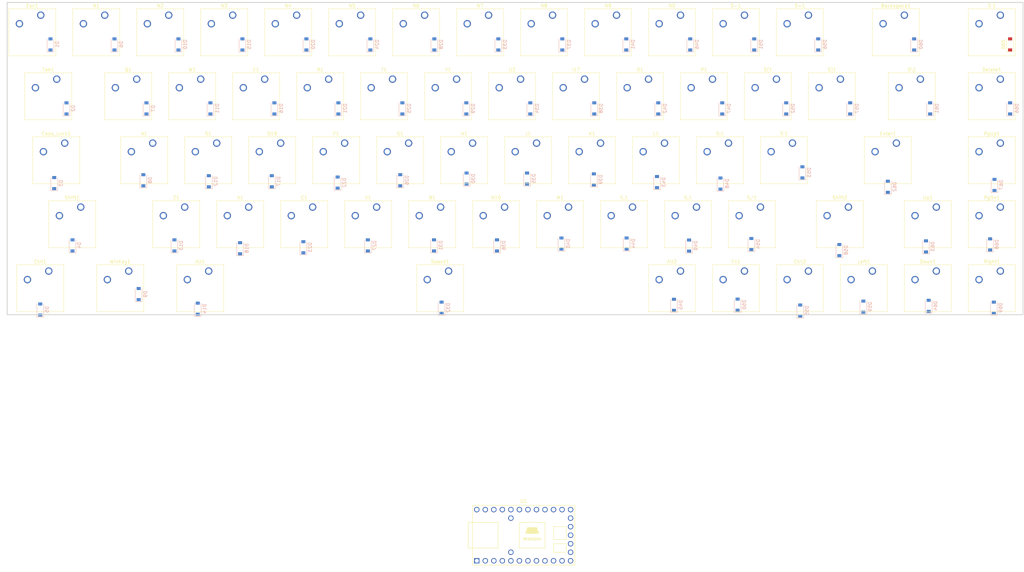
<source format=kicad_pcb>
(kicad_pcb (version 20171130) (host pcbnew "(5.1.9)-1")
  (layers (0 F.Cu signal) (31 B.Cu signal) (34 B.Paste user) (35 F.Paste user) (36 B.SilkS user) (37 F.SilkS user) (38 B.Mask user) (39 F.Mask user) (44 Edge.Cuts user))
  (net 0 "")
  (net 1 "Net-(A1-Pad2)")
  (net 2 "Net-(A1-Pad1)")
  (net 3 "Net-(Alt1-Pad2)")
  (net 4 "Net-(Alt1-Pad1)")
  (net 5 "Net-(Alt2-Pad2)")
  (net 6 "Net-(Alt2-Pad1)")
  (net 7 "Net-(B1-Pad2)")
  (net 8 "Net-(B1-Pad1)")
  (net 9 "Net-(Backspace1-Pad2)")
  (net 10 "Net-(Backspace1-Pad1)")
  (net 11 "Net-(C1-Pad2)")
  (net 12 "Net-(C1-Pad1)")
  (net 13 "Net-(Caps_Lock1-Pad2)")
  (net 14 "Net-(Caps_Lock1-Pad1)")
  (net 15 "Net-(Ctrl1-Pad1)")
  (net 16 "Net-(Ctrl2-Pad2)")
  (net 17 "Net-(Ctrl2-Pad1)")
  (net 18 "Net-(D1-Pad2)")
  (net 19 "Net-(D1-Pad1)")
  (net 20 "Net-(D2-Pad2)")
  (net 21 "Net-(D11-Pad1)")
  (net 22 "Net-(D12-Pad1)")
  (net 23 "Net-(D4-Pad2)")
  (net 24 "Net-(D13-Pad1)")
  (net 25 "Net-(D14-Pad1)")
  (net 26 "Net-(D6-Pad2)")
  (net 27 "Net-(D7-Pad2)")
  (net 28 "Net-(D9-Pad2)")
  (net 29 "Net-(D10-Pad2)")
  (net 30 "Net-(D11-Pad2)")
  (net 31 "Net-(D12-Pad2)")
  (net 32 "Net-(D13-Pad2)")
  (net 33 "Net-(D15-Pad2)")
  (net 34 "Net-(D16-Pad2)")
  (net 35 "Net-(D17-Pad2)")
  (net 36 "Net-(D18-Pad2)")
  (net 37 "Net-(D19-Pad2)")
  (net 38 "Net-(D20-Pad2)")
  (net 39 "Net-(D21-Pad2)")
  (net 40 "Net-(D22-Pad2)")
  (net 41 "Net-(D24-Pad2)")
  (net 42 "Net-(D25-Pad2)")
  (net 43 "Net-(D26-Pad2)")
  (net 44 "Net-(D27-Pad2)")
  (net 45 "Net-(D28-Pad2)")
  (net 46 "Net-(D29-Pad2)")
  (net 47 "Net-(D30-Pad2)")
  (net 48 "Net-(D32-Pad2)")
  (net 49 "Net-(D33-Pad2)")
  (net 50 "Net-(D34-Pad2)")
  (net 51 "Net-(D35-Pad2)")
  (net 52 "Net-(D36-Pad2)")
  (net 53 "Net-(D37-Pad2)")
  (net 54 "Net-(D38-Pad2)")
  (net 55 "Net-(D39-Pad2)")
  (net 56 "Net-(D40-Pad2)")
  (net 57 "Net-(D41-Pad2)")
  (net 58 "Net-(D42-Pad2)")
  (net 59 "Net-(D43-Pad2)")
  (net 60 "Net-(D44-Pad2)")
  (net 61 "Net-(D46-Pad2)")
  (net 62 "Net-(D47-Pad2)")
  (net 63 "Net-(D48-Pad2)")
  (net 64 "Net-(D49-Pad2)")
  (net 65 "Net-(D50-Pad2)")
  (net 66 "Net-(D51-Pad2)")
  (net 67 "Net-(D52-Pad2)")
  (net 68 "Net-(D53-Pad2)")
  (net 69 "Net-(D54-Pad2)")
  (net 70 "Net-(D56-Pad2)")
  (net 71 "Net-(D57-Pad2)")
  (net 72 "Net-(D58-Pad2)")
  (net 73 "Net-(D59-Pad2)")
  (net 74 "Net-(D61-Pad2)")
  (net 75 "Net-(D62-Pad2)")
  (net 76 "Net-(D63-Pad2)")
  (net 77 "Net-(D64-Pad2)")
  (net 78 "Net-(D65-Pad2)")
  (net 79 "Net-(D66-Pad2)")
  (net 80 "Net-(D67-Pad2)")
  (net 81 "Net-(D68-Pad2)")
  (net 82 "Net-(D69-Pad2)")
  (net 83 "Net-(Delete1-Pad2)")
  (net 84 "Net-(Fn1-Pad2)")
  (net 85 "Net-(G1-Pad2)")
  (net 86 "Net-(I1-Pad2)")
  (net 87 "Net-(J1-Pad2)")
  (net 88 "Net-(Left1-Pad2)")
  (net 89 "Net-(U1-Pad31)")
  (net 90 "Net-(U1-Pad30)")
  (net 91 "Net-(U1-Pad29)")
  (net 92 "Net-(U1-Pad28)")
  (net 93 "Net-(U1-Pad27)")
  (net 94 "Net-(U1-Pad26)")
  (net 95 "Net-(U1-Pad18)")
  (net 96 "Net-(U1-Pad16)")
  (net 97 "Net-(U1-Pad14)")
  (net 98 "Net-(U1-Pad1)")
  (net 99 "Net-(U1-Pad15)")
  (module Button_Switch_Keyboard:SW_Cherry_MX_1.00u_Plate (layer F.Cu) (at 238.5975 -12.5)
    (fp_text reference Ctrl2 (at -2.54 -2.794) (layer F.SilkS))
    (fp_text value SW_SPST)
    (pad "" np_thru_hole circle (at -2.54 5.08) (size 4 4) (drill 4) (layers *.Cu *.Mask))
    (pad 2 thru_hole circle (at -6.35 2.54) (size 2.2 2.2) (drill 1.5) (layers *.Cu *.Mask) (net 16 "Net-(Ctrl2-Pad2)"))
    (pad 1 thru_hole circle (at 0 0) (size 2.2 2.2) (drill 1.5) (layers *.Cu *.Mask) (net 17 "Net-(Ctrl2-Pad1)"))
  )
  (module Button_Switch_Keyboard:SW_Cherry_MX_1.00u_Plate (layer F.Cu) (at 200.4975 -12.5)
    (fp_text reference Alt2 (at -2.54 -2.794) (layer F.SilkS))
    (fp_text value SW_SPST)
    (pad "" np_thru_hole circle (at -2.54 5.08) (size 4 4) (drill 4) (layers *.Cu *.Mask))
    (pad 2 thru_hole circle (at -6.35 2.54) (size 2.2 2.2) (drill 1.5) (layers *.Cu *.Mask) (net 5 "Net-(Alt2-Pad2)"))
    (pad 1 thru_hole circle (at 0 0) (size 2.2 2.2) (drill 1.5) (layers *.Cu *.Mask) (net 6 "Net-(Alt2-Pad1)"))
  )
  (module Button_Switch_Keyboard:SW_Cherry_MX_2.25u_Plate (layer F.Cu) (at 21.90625 -31.55)
    (fp_text reference Shift1 (at -2.54 -2.794) (layer F.SilkS))
    (fp_text value SW_SPST)
    (pad "" np_thru_hole circle (at -2.54 5.08) (size 4 4) (drill 4) (layers *.Cu *.Mask))
    (pad 2 thru_hole circle (at -6.35 2.54) (size 2.2 2.2) (drill 1.5) (layers *.Cu *.Mask) (net 13 "Net-(Caps_Lock1-Pad2)"))
    (pad 1 thru_hole circle (at 0 0) (size 2.2 2.2) (drill 1.5) (layers *.Cu *.Mask) (net 23 "Net-(D4-Pad2)"))
  )
  (module Button_Switch_Keyboard:SW_Cherry_MX_1.00u_Plate (layer F.Cu) (at 52.8625 -31.55)
    (fp_text reference Z1 (at -2.54 -2.794) (layer F.SilkS))
    (fp_text value SW_SPST)
    (pad "" np_thru_hole circle (at -2.54 5.08) (size 4 4) (drill 4) (layers *.Cu *.Mask))
    (pad 2 thru_hole circle (at -6.35 2.54) (size 2.2 2.2) (drill 1.5) (layers *.Cu *.Mask) (net 3 "Net-(Alt1-Pad2)"))
    (pad 1 thru_hole circle (at 0 0) (size 2.2 2.2) (drill 1.5) (layers *.Cu *.Mask) (net 32 "Net-(D13-Pad2)"))
  )
  (module Button_Switch_Keyboard:SW_Cherry_MX_1.00u_Plate (layer F.Cu) (at 133.825 -69.65)
    (fp_text reference Y1 (at -2.54 -2.794) (layer F.SilkS))
    (fp_text value SW_SPST)
    (pad "" np_thru_hole circle (at -2.54 5.08) (size 4 4) (drill 4) (layers *.Cu *.Mask))
    (pad 2 thru_hole circle (at -6.35 2.54) (size 2.2 2.2) (drill 1.5) (layers *.Cu *.Mask) (net 7 "Net-(B1-Pad2)"))
    (pad 1 thru_hole circle (at 0 0) (size 2.2 2.2) (drill 1.5) (layers *.Cu *.Mask) (net 46 "Net-(D29-Pad2)"))
  )
  (module Button_Switch_Keyboard:SW_Cherry_MX_1.00u_Plate (layer F.Cu) (at 71.9125 -31.55)
    (fp_text reference X1 (at -2.54 -2.794) (layer F.SilkS))
    (fp_text value SW_SPST)
    (pad "" np_thru_hole circle (at -2.54 5.08) (size 4 4) (drill 4) (layers *.Cu *.Mask))
    (pad 2 thru_hole circle (at -6.35 2.54) (size 2.2 2.2) (drill 1.5) (layers *.Cu *.Mask) (net 37 "Net-(D19-Pad2)"))
    (pad 1 thru_hole circle (at 0 0) (size 2.2 2.2) (drill 1.5) (layers *.Cu *.Mask) (net 36 "Net-(D18-Pad2)"))
  )
  (module Button_Switch_Keyboard:SW_Cherry_MX_1.25u_Plate (layer F.Cu) (at 36.19125 -12.5)
    (fp_text reference WinKey1 (at -2.54 -2.794) (layer F.SilkS))
    (fp_text value SW_SPST)
    (pad "" np_thru_hole circle (at -2.54 5.08) (size 4 4) (drill 4) (layers *.Cu *.Mask))
    (pad 2 thru_hole circle (at -6.35 2.54) (size 2.2 2.2) (drill 1.5) (layers *.Cu *.Mask) (net 1 "Net-(A1-Pad2)"))
    (pad 1 thru_hole circle (at 0 0) (size 2.2 2.2) (drill 1.5) (layers *.Cu *.Mask) (net 28 "Net-(D9-Pad2)"))
  )
  (module Button_Switch_Keyboard:SW_Cherry_MX_1.00u_Plate (layer F.Cu) (at 57.625 -69.65)
    (fp_text reference W1 (at -2.54 -2.794) (layer F.SilkS))
    (fp_text value SW_SPST)
    (pad "" np_thru_hole circle (at -2.54 5.08) (size 4 4) (drill 4) (layers *.Cu *.Mask))
    (pad 2 thru_hole circle (at -6.35 2.54) (size 2.2 2.2) (drill 1.5) (layers *.Cu *.Mask) (net 3 "Net-(Alt1-Pad2)"))
    (pad 1 thru_hole circle (at 0 0) (size 2.2 2.2) (drill 1.5) (layers *.Cu *.Mask) (net 30 "Net-(D11-Pad2)"))
  )
  (module Button_Switch_Keyboard:SW_Cherry_MX_1.00u_Plate (layer F.Cu) (at 110.0125 -31.55)
    (fp_text reference V1 (at -2.54 -2.794) (layer F.SilkS))
    (fp_text value SW_SPST)
    (pad "" np_thru_hole circle (at -2.54 5.08) (size 4 4) (drill 4) (layers *.Cu *.Mask))
    (pad 2 thru_hole circle (at -6.35 2.54) (size 2.2 2.2) (drill 1.5) (layers *.Cu *.Mask) (net 85 "Net-(G1-Pad2)"))
    (pad 1 thru_hole circle (at 0 0) (size 2.2 2.2) (drill 1.5) (layers *.Cu *.Mask) (net 44 "Net-(D27-Pad2)"))
  )
  (module Button_Switch_Keyboard:SW_Cherry_MX_1.00u_Plate (layer F.Cu) (at 276.69 -31.55)
    (fp_text reference Up1 (at -2.54 -2.794) (layer F.SilkS))
    (fp_text value SW_SPST)
    (pad "" np_thru_hole circle (at -2.54 5.08) (size 4 4) (drill 4) (layers *.Cu *.Mask))
    (pad 2 thru_hole circle (at -6.35 2.54) (size 2.2 2.2) (drill 1.5) (layers *.Cu *.Mask) (net 9 "Net-(Backspace1-Pad2)"))
    (pad 1 thru_hole circle (at 0 0) (size 2.2 2.2) (drill 1.5) (layers *.Cu *.Mask) (net 76 "Net-(D63-Pad2)"))
  )
  (module Button_Switch_Keyboard:SW_Cherry_MX_1.00u_Plate (layer F.Cu) (at 152.875 -69.65)
    (fp_text reference U2 (at -2.54 -2.794) (layer F.SilkS))
    (fp_text value SW_SPST)
    (pad "" np_thru_hole circle (at -2.54 5.08) (size 4 4) (drill 4) (layers *.Cu *.Mask))
    (pad 2 thru_hole circle (at -6.35 2.54) (size 2.2 2.2) (drill 1.5) (layers *.Cu *.Mask) (net 87 "Net-(J1-Pad2)"))
    (pad 1 thru_hole circle (at 0 0) (size 2.2 2.2) (drill 1.5) (layers *.Cu *.Mask) (net 50 "Net-(D34-Pad2)"))
  )
  (module teensy:Teensy2.0 (layer F.Cu) (at 153.8 66.15)
    (fp_text reference U1 (at 0 -10.16) (layer F.SilkS))
    (fp_text value "Teensy2.0_(C)")
    (fp_text user MEGA32U4 (at 2.54 1.143) (layer F.SilkS) (effects (font (size 0.7 0.7))))
    (pad 31 thru_hole circle (at -3.81 -5.08) (size 1.6 1.6) (drill 1.1) (layers *.Cu *.Mask) (net 89 "Net-(U1-Pad31)"))
    (pad 30 thru_hole circle (at -3.81 5.08) (size 1.6 1.6) (drill 1.1) (layers *.Cu *.Mask) (net 90 "Net-(U1-Pad30)"))
    (pad 29 thru_hole circle (at -13.97 -7.62) (size 1.6 1.6) (drill 1.1) (layers *.Cu *.Mask) (net 91 "Net-(U1-Pad29)"))
    (pad 28 thru_hole circle (at -11.43 -7.62) (size 1.6 1.6) (drill 1.1) (layers *.Cu *.Mask) (net 92 "Net-(U1-Pad28)"))
    (pad 27 thru_hole circle (at -8.89 -7.62) (size 1.6 1.6) (drill 1.1) (layers *.Cu *.Mask) (net 93 "Net-(U1-Pad27)"))
    (pad 26 thru_hole circle (at -6.35 -7.62) (size 1.6 1.6) (drill 1.1) (layers *.Cu *.Mask) (net 94 "Net-(U1-Pad26)"))
    (pad 25 thru_hole circle (at -3.81 -7.62) (size 1.6 1.6) (drill 1.1) (layers *.Cu *.Mask) (net 13 "Net-(Caps_Lock1-Pad2)"))
    (pad 24 thru_hole circle (at -1.27 -7.62) (size 1.6 1.6) (drill 1.1) (layers *.Cu *.Mask) (net 1 "Net-(A1-Pad2)"))
    (pad 23 thru_hole circle (at 1.27 -7.62) (size 1.6 1.6) (drill 1.1) (layers *.Cu *.Mask) (net 3 "Net-(Alt1-Pad2)"))
    (pad 22 thru_hole circle (at 3.81 -7.62) (size 1.6 1.6) (drill 1.1) (layers *.Cu *.Mask) (net 37 "Net-(D19-Pad2)"))
    (pad 21 thru_hole circle (at 6.35 -7.62) (size 1.6 1.6) (drill 1.1) (layers *.Cu *.Mask) (net 11 "Net-(C1-Pad2)"))
    (pad 20 thru_hole circle (at 8.89 -7.62) (size 1.6 1.6) (drill 1.1) (layers *.Cu *.Mask) (net 85 "Net-(G1-Pad2)"))
    (pad 19 thru_hole circle (at 11.43 -7.62) (size 1.6 1.6) (drill 1.1) (layers *.Cu *.Mask) (net 7 "Net-(B1-Pad2)"))
    (pad 18 thru_hole circle (at 13.97 -7.62) (size 1.6 1.6) (drill 1.1) (layers *.Cu *.Mask) (net 95 "Net-(U1-Pad18)"))
    (pad 17 thru_hole circle (at 13.97 -5.08) (size 1.6 1.6) (drill 1.1) (layers *.Cu *.Mask) (net 87 "Net-(J1-Pad2)"))
    (pad 16 thru_hole circle (at 13.97 -2.54) (size 1.6 1.6) (drill 1.1) (layers *.Cu *.Mask) (net 96 "Net-(U1-Pad16)"))
    (pad 14 thru_hole circle (at 13.97 2.54) (size 1.6 1.6) (drill 1.1) (layers *.Cu *.Mask) (net 97 "Net-(U1-Pad14)"))
    (pad 13 thru_hole circle (at 13.97 5.08) (size 1.6 1.6) (drill 1.1) (layers *.Cu *.Mask) (net 86 "Net-(I1-Pad2)"))
    (pad 12 thru_hole circle (at 13.97 7.62) (size 1.6 1.6) (drill 1.1) (layers *.Cu *.Mask) (net 5 "Net-(Alt2-Pad2)"))
    (pad 11 thru_hole circle (at 11.43 7.62) (size 1.6 1.6) (drill 1.1) (layers *.Cu *.Mask) (net 84 "Net-(Fn1-Pad2)"))
    (pad 10 thru_hole circle (at 8.89 7.62) (size 1.6 1.6) (drill 1.1) (layers *.Cu *.Mask) (net 16 "Net-(Ctrl2-Pad2)"))
    (pad 9 thru_hole circle (at 6.35 7.62) (size 1.6 1.6) (drill 1.1) (layers *.Cu *.Mask) (net 88 "Net-(Left1-Pad2)"))
    (pad 8 thru_hole circle (at 3.81 7.62) (size 1.6 1.6) (drill 1.1) (layers *.Cu *.Mask) (net 9 "Net-(Backspace1-Pad2)"))
    (pad 7 thru_hole circle (at 1.27 7.62) (size 1.6 1.6) (drill 1.1) (layers *.Cu *.Mask) (net 83 "Net-(Delete1-Pad2)"))
    (pad 6 thru_hole circle (at -1.27 7.62) (size 1.6 1.6) (drill 1.1) (layers *.Cu *.Mask) (net 25 "Net-(D14-Pad1)"))
    (pad 5 thru_hole circle (at -3.81 7.62) (size 1.6 1.6) (drill 1.1) (layers *.Cu *.Mask) (net 24 "Net-(D13-Pad1)"))
    (pad 4 thru_hole circle (at -6.35 7.62) (size 1.6 1.6) (drill 1.1) (layers *.Cu *.Mask) (net 22 "Net-(D12-Pad1)"))
    (pad 3 thru_hole circle (at -8.89 7.62) (size 1.6 1.6) (drill 1.1) (layers *.Cu *.Mask) (net 21 "Net-(D11-Pad1)"))
    (pad 2 thru_hole circle (at -11.43 7.62) (size 1.6 1.6) (drill 1.1) (layers *.Cu *.Mask) (net 19 "Net-(D1-Pad1)"))
    (pad 1 thru_hole rect (at -13.97 7.62) (size 1.6 1.6) (drill 1.1) (layers *.Cu *.Mask) (net 98 "Net-(U1-Pad1)"))
    (pad 15 thru_hole circle (at 13.97 0) (size 1.6 1.6) (drill 1.1) (layers *.Cu *.Mask) (net 99 "Net-(U1-Pad15)"))
  )
  (module Button_Switch_Keyboard:SW_Cherry_MX_1.50u_Plate (layer F.Cu) (at 14.7625 -69.65)
    (fp_text reference Tab1 (at -2.54 -2.794) (layer F.SilkS))
    (fp_text value SW_SPST)
    (pad "" np_thru_hole circle (at -2.54 5.08) (size 4 4) (drill 4) (layers *.Cu *.Mask))
    (pad 2 thru_hole circle (at -6.35 2.54) (size 2.2 2.2) (drill 1.5) (layers *.Cu *.Mask) (net 13 "Net-(Caps_Lock1-Pad2)"))
    (pad 1 thru_hole circle (at 0 0) (size 2.2 2.2) (drill 1.5) (layers *.Cu *.Mask) (net 20 "Net-(D2-Pad2)"))
  )
  (module Button_Switch_Keyboard:SW_Cherry_MX_1.00u_Plate (layer F.Cu) (at 114.75 -69.65)
    (fp_text reference T1 (at -2.54 -2.794) (layer F.SilkS))
    (fp_text value SW_SPST)
    (pad "" np_thru_hole circle (at -2.54 5.08) (size 4 4) (drill 4) (layers *.Cu *.Mask))
    (pad 2 thru_hole circle (at -6.35 2.54) (size 2.2 2.2) (drill 1.5) (layers *.Cu *.Mask) (net 85 "Net-(G1-Pad2)"))
    (pad 1 thru_hole circle (at 0 0) (size 2.2 2.2) (drill 1.5) (layers *.Cu *.Mask) (net 42 "Net-(D25-Pad2)"))
  )
  (module Button_Switch_Keyboard:SW_Cherry_MX_1.00u_Plate (layer F.Cu) (at 233.8375 -50.6)
    (fp_text reference S`1 (at -2.54 -2.794) (layer F.SilkS))
    (fp_text value SW_SPST)
    (pad "" np_thru_hole circle (at -2.54 5.08) (size 4 4) (drill 4) (layers *.Cu *.Mask))
    (pad 2 thru_hole circle (at -6.35 2.54) (size 2.2 2.2) (drill 1.5) (layers *.Cu *.Mask) (net 16 "Net-(Ctrl2-Pad2)"))
    (pad 1 thru_hole circle (at 0 0) (size 2.2 2.2) (drill 1.5) (layers *.Cu *.Mask) (net 68 "Net-(D53-Pad2)"))
  )
  (module Button_Switch_Keyboard:SW_Cherry_MX_6.25u_Plate (layer F.Cu) (at 131.44125 -12.5)
    (fp_text reference Space1 (at -2.54 -2.794) (layer F.SilkS))
    (fp_text value SW_SPST)
    (pad "" np_thru_hole circle (at -2.54 5.08) (size 4 4) (drill 4) (layers *.Cu *.Mask))
    (pad 2 thru_hole circle (at -6.35 2.54) (size 2.2 2.2) (drill 1.5) (layers *.Cu *.Mask) (net 7 "Net-(B1-Pad2)"))
    (pad 1 thru_hole circle (at 0 0) (size 2.2 2.2) (drill 1.5) (layers *.Cu *.Mask) (net 48 "Net-(D32-Pad2)"))
  )
  (module Button_Switch_Keyboard:SW_Cherry_MX_1.75u_Plate (layer F.Cu) (at 250.50625 -31.55)
    (fp_text reference Shift2 (at -2.54 -2.794) (layer F.SilkS))
    (fp_text value SW_SPST)
    (pad "" np_thru_hole circle (at -2.54 5.08) (size 4 4) (drill 4) (layers *.Cu *.Mask))
    (pad 2 thru_hole circle (at -6.35 2.54) (size 2.2 2.2) (drill 1.5) (layers *.Cu *.Mask) (net 88 "Net-(Left1-Pad2)"))
    (pad 1 thru_hole circle (at 0 0) (size 2.2 2.2) (drill 1.5) (layers *.Cu *.Mask) (net 72 "Net-(D58-Pad2)"))
  )
  (module Button_Switch_Keyboard:SW_Cherry_MX_1.00u_Plate (layer F.Cu) (at 248.125 -69.65)
    (fp_text reference S]1 (at -2.54 -2.794) (layer F.SilkS))
    (fp_text value SW_SPST)
    (pad "" np_thru_hole circle (at -2.54 5.08) (size 4 4) (drill 4) (layers *.Cu *.Mask))
    (pad 2 thru_hole circle (at -6.35 2.54) (size 2.2 2.2) (drill 1.5) (layers *.Cu *.Mask) (net 88 "Net-(Left1-Pad2)"))
    (pad 1 thru_hole circle (at 0 0) (size 2.2 2.2) (drill 1.5) (layers *.Cu *.Mask) (net 71 "Net-(D57-Pad2)"))
  )
  (module Button_Switch_Keyboard:SW_Cherry_MX_1.50u_Plate (layer F.Cu) (at 271.9375 -69.65)
    (fp_text reference S\1 (at -2.54 -2.794) (layer F.SilkS))
    (fp_text value SW_SPST)
    (pad "" np_thru_hole circle (at -2.54 5.08) (size 4 4) (drill 4) (layers *.Cu *.Mask))
    (pad 2 thru_hole circle (at -6.35 2.54) (size 2.2 2.2) (drill 1.5) (layers *.Cu *.Mask) (net 9 "Net-(Backspace1-Pad2)"))
    (pad 1 thru_hole circle (at 0 0) (size 2.2 2.2) (drill 1.5) (layers *.Cu *.Mask) (net 74 "Net-(D61-Pad2)"))
  )
  (module Button_Switch_Keyboard:SW_Cherry_MX_1.00u_Plate (layer F.Cu) (at 229.075 -69.65)
    (fp_text reference S[1 (at -2.54 -2.794) (layer F.SilkS))
    (fp_text value SW_SPST)
    (pad "" np_thru_hole circle (at -2.54 5.08) (size 4 4) (drill 4) (layers *.Cu *.Mask))
    (pad 2 thru_hole circle (at -6.35 2.54) (size 2.2 2.2) (drill 1.5) (layers *.Cu *.Mask) (net 16 "Net-(Ctrl2-Pad2)"))
    (pad 1 thru_hole circle (at 0 0) (size 2.2 2.2) (drill 1.5) (layers *.Cu *.Mask) (net 67 "Net-(D52-Pad2)"))
  )
  (module Button_Switch_Keyboard:SW_Cherry_MX_1.00u_Plate (layer F.Cu) (at 238.6 -88.7)
    (fp_text reference S=1 (at -2.54 -2.794) (layer F.SilkS))
    (fp_text value SW_SPST)
    (pad "" np_thru_hole circle (at -2.54 5.08) (size 4 4) (drill 4) (layers *.Cu *.Mask))
    (pad 2 thru_hole circle (at -6.35 2.54) (size 2.2 2.2) (drill 1.5) (layers *.Cu *.Mask) (net 88 "Net-(Left1-Pad2)"))
    (pad 1 thru_hole circle (at 0 0) (size 2.2 2.2) (drill 1.5) (layers *.Cu *.Mask) (net 70 "Net-(D56-Pad2)"))
  )
  (module Button_Switch_Keyboard:SW_Cherry_MX_1.00u_Plate (layer F.Cu) (at 214.7875 -50.6)
    (fp_text reference S;1 (at -2.54 -2.794) (layer F.SilkS))
    (fp_text value SW_SPST)
    (pad "" np_thru_hole circle (at -2.54 5.08) (size 4 4) (drill 4) (layers *.Cu *.Mask))
    (pad 2 thru_hole circle (at -6.35 2.54) (size 2.2 2.2) (drill 1.5) (layers *.Cu *.Mask) (net 84 "Net-(Fn1-Pad2)"))
    (pad 1 thru_hole circle (at 0 0) (size 2.2 2.2) (drill 1.5) (layers *.Cu *.Mask) (net 63 "Net-(D48-Pad2)"))
  )
  (module Button_Switch_Keyboard:SW_Cherry_MX_1.00u_Plate (layer F.Cu) (at 224.3125 -31.55)
    (fp_text reference S/1 (at -2.54 -2.794) (layer F.SilkS))
    (fp_text value SW_SPST)
    (pad "" np_thru_hole circle (at -2.54 5.08) (size 4 4) (drill 4) (layers *.Cu *.Mask))
    (pad 2 thru_hole circle (at -6.35 2.54) (size 2.2 2.2) (drill 1.5) (layers *.Cu *.Mask) (net 16 "Net-(Ctrl2-Pad2)"))
    (pad 1 thru_hole circle (at 0 0) (size 2.2 2.2) (drill 1.5) (layers *.Cu *.Mask) (net 69 "Net-(D54-Pad2)"))
  )
  (module Button_Switch_Keyboard:SW_Cherry_MX_1.00u_Plate (layer F.Cu) (at 219.55 -88.7)
    (fp_text reference S-1 (at -2.54 -2.794) (layer F.SilkS))
    (fp_text value SW_SPST)
    (pad "" np_thru_hole circle (at -2.54 5.08) (size 4 4) (drill 4) (layers *.Cu *.Mask))
    (pad 2 thru_hole circle (at -6.35 2.54) (size 2.2 2.2) (drill 1.5) (layers *.Cu *.Mask) (net 16 "Net-(Ctrl2-Pad2)"))
    (pad 1 thru_hole circle (at 0 0) (size 2.2 2.2) (drill 1.5) (layers *.Cu *.Mask) (net 66 "Net-(D51-Pad2)"))
  )
  (module Button_Switch_Keyboard:SW_Cherry_MX_1.00u_Plate (layer F.Cu) (at 295.75 -88.7)
    (fp_text reference S'1 (at -2.54 -2.794) (layer F.SilkS))
    (fp_text value SW_SPST)
    (pad "" np_thru_hole circle (at -2.54 5.08) (size 4 4) (drill 4) (layers *.Cu *.Mask))
    (pad 2 thru_hole circle (at -6.35 2.54) (size 2.2 2.2) (drill 1.5) (layers *.Cu *.Mask) (net 83 "Net-(Delete1-Pad2)"))
    (pad 1 thru_hole circle (at 0 0) (size 2.2 2.2) (drill 1.5) (layers *.Cu *.Mask) (net 78 "Net-(D65-Pad2)"))
  )
  (module Button_Switch_Keyboard:SW_Cherry_MX_1.00u_Plate (layer F.Cu) (at 62.3875 -50.6)
    (fp_text reference S1 (at -2.54 -2.794) (layer F.SilkS))
    (fp_text value SW_SPST)
    (pad "" np_thru_hole circle (at -2.54 5.08) (size 4 4) (drill 4) (layers *.Cu *.Mask))
    (pad 2 thru_hole circle (at -6.35 2.54) (size 2.2 2.2) (drill 1.5) (layers *.Cu *.Mask) (net 3 "Net-(Alt1-Pad2)"))
    (pad 1 thru_hole circle (at 0 0) (size 2.2 2.2) (drill 1.5) (layers *.Cu *.Mask) (net 31 "Net-(D12-Pad2)"))
  )
  (module Button_Switch_Keyboard:SW_Cherry_MX_1.00u_Plate (layer F.Cu) (at 205.2625 -31.55)
    (fp_text reference S.1 (at -2.54 -2.794) (layer F.SilkS))
    (fp_text value SW_SPST)
    (pad "" np_thru_hole circle (at -2.54 5.08) (size 4 4) (drill 4) (layers *.Cu *.Mask))
    (pad 2 thru_hole circle (at -6.35 2.54) (size 2.2 2.2) (drill 1.5) (layers *.Cu *.Mask) (net 84 "Net-(Fn1-Pad2)"))
    (pad 1 thru_hole circle (at 0 0) (size 2.2 2.2) (drill 1.5) (layers *.Cu *.Mask) (net 64 "Net-(D49-Pad2)"))
  )
  (module Button_Switch_Keyboard:SW_Cherry_MX_1.00u_Plate (layer F.Cu) (at 186.2125 -31.55)
    (fp_text reference S,1 (at -2.54 -2.794) (layer F.SilkS))
    (fp_text value SW_SPST)
    (pad "" np_thru_hole circle (at -2.54 5.08) (size 4 4) (drill 4) (layers *.Cu *.Mask))
    (pad 2 thru_hole circle (at -6.35 2.54) (size 2.2 2.2) (drill 1.5) (layers *.Cu *.Mask) (net 5 "Net-(Alt2-Pad2)"))
    (pad 1 thru_hole circle (at 0 0) (size 2.2 2.2) (drill 1.5) (layers *.Cu *.Mask) (net 60 "Net-(D44-Pad2)"))
  )
  (module Button_Switch_Keyboard:SW_Cherry_MX_1.00u_Plate (layer F.Cu) (at 295.75 -12.5)
    (fp_text reference Right1 (at -2.54 -2.794) (layer F.SilkS))
    (fp_text value SW_SPST)
    (pad "" np_thru_hole circle (at -2.54 5.08) (size 4 4) (drill 4) (layers *.Cu *.Mask))
    (pad 2 thru_hole circle (at -6.35 2.54) (size 2.2 2.2) (drill 1.5) (layers *.Cu *.Mask) (net 83 "Net-(Delete1-Pad2)"))
    (pad 1 thru_hole circle (at 0 0) (size 2.2 2.2) (drill 1.5) (layers *.Cu *.Mask) (net 82 "Net-(D69-Pad2)"))
  )
  (module Button_Switch_Keyboard:SW_Cherry_MX_1.00u_Plate (layer F.Cu) (at 95.725 -69.65)
    (fp_text reference R1 (at -2.54 -2.794) (layer F.SilkS))
    (fp_text value SW_SPST)
    (pad "" np_thru_hole circle (at -2.54 5.08) (size 4 4) (drill 4) (layers *.Cu *.Mask))
    (pad 2 thru_hole circle (at -6.35 2.54) (size 2.2 2.2) (drill 1.5) (layers *.Cu *.Mask) (net 11 "Net-(C1-Pad2)"))
    (pad 1 thru_hole circle (at 0 0) (size 2.2 2.2) (drill 1.5) (layers *.Cu *.Mask) (net 39 "Net-(D21-Pad2)"))
  )
  (module Button_Switch_Keyboard:SW_Cherry_MX_1.00u_Plate (layer F.Cu) (at 38.575 -69.65)
    (fp_text reference Q1 (at -2.54 -2.794) (layer F.SilkS))
    (fp_text value SW_SPST)
    (pad "" np_thru_hole circle (at -2.54 5.08) (size 4 4) (drill 4) (layers *.Cu *.Mask))
    (pad 2 thru_hole circle (at -6.35 2.54) (size 2.2 2.2) (drill 1.5) (layers *.Cu *.Mask) (net 1 "Net-(A1-Pad2)"))
    (pad 1 thru_hole circle (at 0 0) (size 2.2 2.2) (drill 1.5) (layers *.Cu *.Mask) (net 27 "Net-(D7-Pad2)"))
  )
  (module Button_Switch_Keyboard:SW_Cherry_MX_1.00u_Plate (layer F.Cu) (at 295.75 -50.6)
    (fp_text reference PgUp1 (at -2.54 -2.794) (layer F.SilkS))
    (fp_text value SW_SPST)
    (pad "" np_thru_hole circle (at -2.54 5.08) (size 4 4) (drill 4) (layers *.Cu *.Mask))
    (pad 2 thru_hole circle (at -6.35 2.54) (size 2.2 2.2) (drill 1.5) (layers *.Cu *.Mask) (net 83 "Net-(Delete1-Pad2)"))
    (pad 1 thru_hole circle (at 0 0) (size 2.2 2.2) (drill 1.5) (layers *.Cu *.Mask) (net 80 "Net-(D67-Pad2)"))
  )
  (module Button_Switch_Keyboard:SW_Cherry_MX_1.00u_Plate (layer F.Cu) (at 295.75 -31.55)
    (fp_text reference PgDn1 (at -2.54 -2.794) (layer F.SilkS))
    (fp_text value SW_SPST)
    (pad "" np_thru_hole circle (at -2.54 5.08) (size 4 4) (drill 4) (layers *.Cu *.Mask))
    (pad 2 thru_hole circle (at -6.35 2.54) (size 2.2 2.2) (drill 1.5) (layers *.Cu *.Mask) (net 83 "Net-(Delete1-Pad2)"))
    (pad 1 thru_hole circle (at 0 0) (size 2.2 2.2) (drill 1.5) (layers *.Cu *.Mask) (net 81 "Net-(D68-Pad2)"))
  )
  (module Button_Switch_Keyboard:SW_Cherry_MX_1.00u_Plate (layer F.Cu) (at 210.025 -69.65)
    (fp_text reference P1 (at -2.54 -2.794) (layer F.SilkS))
    (fp_text value SW_SPST)
    (pad "" np_thru_hole circle (at -2.54 5.08) (size 4 4) (drill 4) (layers *.Cu *.Mask))
    (pad 2 thru_hole circle (at -6.35 2.54) (size 2.2 2.2) (drill 1.5) (layers *.Cu *.Mask) (net 84 "Net-(Fn1-Pad2)"))
    (pad 1 thru_hole circle (at 0 0) (size 2.2 2.2) (drill 1.5) (layers *.Cu *.Mask) (net 62 "Net-(D47-Pad2)"))
  )
  (module Button_Switch_Keyboard:SW_Cherry_MX_1.00u_Plate (layer F.Cu) (at 190.975 -69.65)
    (fp_text reference O1 (at -2.54 -2.794) (layer F.SilkS))
    (fp_text value SW_SPST)
    (pad "" np_thru_hole circle (at -2.54 5.08) (size 4 4) (drill 4) (layers *.Cu *.Mask))
    (pad 2 thru_hole circle (at -6.35 2.54) (size 2.2 2.2) (drill 1.5) (layers *.Cu *.Mask) (net 5 "Net-(Alt2-Pad2)"))
    (pad 1 thru_hole circle (at 0 0) (size 2.2 2.2) (drill 1.5) (layers *.Cu *.Mask) (net 58 "Net-(D42-Pad2)"))
  )
  (module Button_Switch_Keyboard:SW_Cherry_MX_1.00u_Plate (layer F.Cu) (at 148.1125 -31.55)
    (fp_text reference N10 (at -2.54 -2.794) (layer F.SilkS))
    (fp_text value SW_SPST)
    (pad "" np_thru_hole circle (at -2.54 5.08) (size 4 4) (drill 4) (layers *.Cu *.Mask))
    (pad 2 thru_hole circle (at -6.35 2.54) (size 2.2 2.2) (drill 1.5) (layers *.Cu *.Mask) (net 87 "Net-(J1-Pad2)"))
    (pad 1 thru_hole circle (at 0 0) (size 2.2 2.2) (drill 1.5) (layers *.Cu *.Mask) (net 52 "Net-(D36-Pad2)"))
  )
  (module Button_Switch_Keyboard:SW_Cherry_MX_1.00u_Plate (layer F.Cu) (at 181.45 -88.7)
    (fp_text reference N9 (at -2.54 -2.794) (layer F.SilkS))
    (fp_text value SW_SPST)
    (pad "" np_thru_hole circle (at -2.54 5.08) (size 4 4) (drill 4) (layers *.Cu *.Mask))
    (pad 2 thru_hole circle (at -6.35 2.54) (size 2.2 2.2) (drill 1.5) (layers *.Cu *.Mask) (net 5 "Net-(Alt2-Pad2)"))
    (pad 1 thru_hole circle (at 0 0) (size 2.2 2.2) (drill 1.5) (layers *.Cu *.Mask) (net 57 "Net-(D41-Pad2)"))
  )
  (module Button_Switch_Keyboard:SW_Cherry_MX_1.00u_Plate (layer F.Cu) (at 162.4 -88.7)
    (fp_text reference N8 (at -2.54 -2.794) (layer F.SilkS))
    (fp_text value SW_SPST)
    (pad "" np_thru_hole circle (at -2.54 5.08) (size 4 4) (drill 4) (layers *.Cu *.Mask))
    (pad 2 thru_hole circle (at -6.35 2.54) (size 2.2 2.2) (drill 1.5) (layers *.Cu *.Mask) (net 86 "Net-(I1-Pad2)"))
    (pad 1 thru_hole circle (at 0 0) (size 2.2 2.2) (drill 1.5) (layers *.Cu *.Mask) (net 53 "Net-(D37-Pad2)"))
  )
  (module Button_Switch_Keyboard:SW_Cherry_MX_1.00u_Plate (layer F.Cu) (at 143.35 -88.7)
    (fp_text reference N7 (at -2.54 -2.794) (layer F.SilkS))
    (fp_text value SW_SPST)
    (pad "" np_thru_hole circle (at -2.54 5.08) (size 4 4) (drill 4) (layers *.Cu *.Mask))
    (pad 2 thru_hole circle (at -6.35 2.54) (size 2.2 2.2) (drill 1.5) (layers *.Cu *.Mask) (net 87 "Net-(J1-Pad2)"))
    (pad 1 thru_hole circle (at 0 0) (size 2.2 2.2) (drill 1.5) (layers *.Cu *.Mask) (net 49 "Net-(D33-Pad2)"))
  )
  (module Button_Switch_Keyboard:SW_Cherry_MX_1.00u_Plate (layer F.Cu) (at 124.3 -88.7)
    (fp_text reference N6 (at -2.54 -2.794) (layer F.SilkS))
    (fp_text value SW_SPST)
    (pad "" np_thru_hole circle (at -2.54 5.08) (size 4 4) (drill 4) (layers *.Cu *.Mask))
    (pad 2 thru_hole circle (at -6.35 2.54) (size 2.2 2.2) (drill 1.5) (layers *.Cu *.Mask) (net 7 "Net-(B1-Pad2)"))
    (pad 1 thru_hole circle (at 0 0) (size 2.2 2.2) (drill 1.5) (layers *.Cu *.Mask) (net 45 "Net-(D28-Pad2)"))
  )
  (module Button_Switch_Keyboard:SW_Cherry_MX_1.00u_Plate (layer F.Cu) (at 105.25 -88.7)
    (fp_text reference N5 (at -2.54 -2.794) (layer F.SilkS))
    (fp_text value SW_SPST)
    (pad "" np_thru_hole circle (at -2.54 5.08) (size 4 4) (drill 4) (layers *.Cu *.Mask))
    (pad 2 thru_hole circle (at -6.35 2.54) (size 2.2 2.2) (drill 1.5) (layers *.Cu *.Mask) (net 85 "Net-(G1-Pad2)"))
    (pad 1 thru_hole circle (at 0 0) (size 2.2 2.2) (drill 1.5) (layers *.Cu *.Mask) (net 41 "Net-(D24-Pad2)"))
  )
  (module Button_Switch_Keyboard:SW_Cherry_MX_1.00u_Plate (layer F.Cu) (at 86.2 -88.7)
    (fp_text reference N4 (at -2.54 -2.794) (layer F.SilkS))
    (fp_text value SW_SPST)
    (pad "" np_thru_hole circle (at -2.54 5.08) (size 4 4) (drill 4) (layers *.Cu *.Mask))
    (pad 2 thru_hole circle (at -6.35 2.54) (size 2.2 2.2) (drill 1.5) (layers *.Cu *.Mask) (net 11 "Net-(C1-Pad2)"))
    (pad 1 thru_hole circle (at 0 0) (size 2.2 2.2) (drill 1.5) (layers *.Cu *.Mask) (net 38 "Net-(D20-Pad2)"))
  )
  (module Button_Switch_Keyboard:SW_Cherry_MX_1.00u_Plate (layer F.Cu) (at 67.15 -88.7)
    (fp_text reference N3 (at -2.54 -2.794) (layer F.SilkS))
    (fp_text value SW_SPST)
    (pad "" np_thru_hole circle (at -2.54 5.08) (size 4 4) (drill 4) (layers *.Cu *.Mask))
    (pad 2 thru_hole circle (at -6.35 2.54) (size 2.2 2.2) (drill 1.5) (layers *.Cu *.Mask) (net 37 "Net-(D19-Pad2)"))
    (pad 1 thru_hole circle (at 0 0) (size 2.2 2.2) (drill 1.5) (layers *.Cu *.Mask) (net 33 "Net-(D15-Pad2)"))
  )
  (module Button_Switch_Keyboard:SW_Cherry_MX_1.00u_Plate (layer F.Cu) (at 48.1 -88.7)
    (fp_text reference N2 (at -2.54 -2.794) (layer F.SilkS))
    (fp_text value SW_SPST)
    (pad "" np_thru_hole circle (at -2.54 5.08) (size 4 4) (drill 4) (layers *.Cu *.Mask))
    (pad 2 thru_hole circle (at -6.35 2.54) (size 2.2 2.2) (drill 1.5) (layers *.Cu *.Mask) (net 3 "Net-(Alt1-Pad2)"))
    (pad 1 thru_hole circle (at 0 0) (size 2.2 2.2) (drill 1.5) (layers *.Cu *.Mask) (net 29 "Net-(D10-Pad2)"))
  )
  (module Button_Switch_Keyboard:SW_Cherry_MX_1.00u_Plate (layer F.Cu) (at 29.05 -88.7)
    (fp_text reference N1 (at -2.54 -2.794) (layer F.SilkS))
    (fp_text value SW_SPST)
    (pad "" np_thru_hole circle (at -2.54 5.08) (size 4 4) (drill 4) (layers *.Cu *.Mask))
    (pad 2 thru_hole circle (at -6.35 2.54) (size 2.2 2.2) (drill 1.5) (layers *.Cu *.Mask) (net 1 "Net-(A1-Pad2)"))
    (pad 1 thru_hole circle (at 0 0) (size 2.2 2.2) (drill 1.5) (layers *.Cu *.Mask) (net 26 "Net-(D6-Pad2)"))
  )
  (module Button_Switch_Keyboard:SW_Cherry_MX_1.00u_Plate (layer F.Cu) (at 200.5 -88.7)
    (fp_text reference N0 (at -2.54 -2.794) (layer F.SilkS))
    (fp_text value SW_SPST)
    (pad "" np_thru_hole circle (at -2.54 5.08) (size 4 4) (drill 4) (layers *.Cu *.Mask))
    (pad 2 thru_hole circle (at -6.35 2.54) (size 2.2 2.2) (drill 1.5) (layers *.Cu *.Mask) (net 84 "Net-(Fn1-Pad2)"))
    (pad 1 thru_hole circle (at 0 0) (size 2.2 2.2) (drill 1.5) (layers *.Cu *.Mask) (net 61 "Net-(D46-Pad2)"))
  )
  (module Button_Switch_Keyboard:SW_Cherry_MX_1.00u_Plate (layer F.Cu) (at 167.1625 -31.55)
    (fp_text reference M1 (at -2.54 -2.794) (layer F.SilkS))
    (fp_text value SW_SPST)
    (pad "" np_thru_hole circle (at -2.54 5.08) (size 4 4) (drill 4) (layers *.Cu *.Mask))
    (pad 2 thru_hole circle (at -6.35 2.54) (size 2.2 2.2) (drill 1.5) (layers *.Cu *.Mask) (net 86 "Net-(I1-Pad2)"))
    (pad 1 thru_hole circle (at 0 0) (size 2.2 2.2) (drill 1.5) (layers *.Cu *.Mask) (net 56 "Net-(D40-Pad2)"))
  )
  (module Button_Switch_Keyboard:SW_Cherry_MX_1.00u_Plate (layer F.Cu) (at 257.6475 -12.5)
    (fp_text reference Left1 (at -2.54 -2.794) (layer F.SilkS))
    (fp_text value SW_SPST)
    (pad "" np_thru_hole circle (at -2.54 5.08) (size 4 4) (drill 4) (layers *.Cu *.Mask))
    (pad 2 thru_hole circle (at -6.35 2.54) (size 2.2 2.2) (drill 1.5) (layers *.Cu *.Mask) (net 88 "Net-(Left1-Pad2)"))
    (pad 1 thru_hole circle (at 0 0) (size 2.2 2.2) (drill 1.5) (layers *.Cu *.Mask) (net 73 "Net-(D59-Pad2)"))
  )
  (module Button_Switch_Keyboard:SW_Cherry_MX_1.00u_Plate (layer F.Cu) (at 195.7375 -50.6)
    (fp_text reference L1 (at -2.54 -2.794) (layer F.SilkS))
    (fp_text value SW_SPST)
    (pad "" np_thru_hole circle (at -2.54 5.08) (size 4 4) (drill 4) (layers *.Cu *.Mask))
    (pad 2 thru_hole circle (at -6.35 2.54) (size 2.2 2.2) (drill 1.5) (layers *.Cu *.Mask) (net 5 "Net-(Alt2-Pad2)"))
    (pad 1 thru_hole circle (at 0 0) (size 2.2 2.2) (drill 1.5) (layers *.Cu *.Mask) (net 59 "Net-(D43-Pad2)"))
  )
  (module Button_Switch_Keyboard:SW_Cherry_MX_1.00u_Plate (layer F.Cu) (at 176.6875 -50.6)
    (fp_text reference K1 (at -2.54 -2.794) (layer F.SilkS))
    (fp_text value SW_SPST)
    (pad "" np_thru_hole circle (at -2.54 5.08) (size 4 4) (drill 4) (layers *.Cu *.Mask))
    (pad 2 thru_hole circle (at -6.35 2.54) (size 2.2 2.2) (drill 1.5) (layers *.Cu *.Mask) (net 86 "Net-(I1-Pad2)"))
    (pad 1 thru_hole circle (at 0 0) (size 2.2 2.2) (drill 1.5) (layers *.Cu *.Mask) (net 55 "Net-(D39-Pad2)"))
  )
  (module Button_Switch_Keyboard:SW_Cherry_MX_1.00u_Plate (layer F.Cu) (at 157.6375 -50.6)
    (fp_text reference J1 (at -2.54 -2.794) (layer F.SilkS))
    (fp_text value SW_SPST)
    (pad "" np_thru_hole circle (at -2.54 5.08) (size 4 4) (drill 4) (layers *.Cu *.Mask))
    (pad 2 thru_hole circle (at -6.35 2.54) (size 2.2 2.2) (drill 1.5) (layers *.Cu *.Mask) (net 87 "Net-(J1-Pad2)"))
    (pad 1 thru_hole circle (at 0 0) (size 2.2 2.2) (drill 1.5) (layers *.Cu *.Mask) (net 51 "Net-(D35-Pad2)"))
  )
  (module Button_Switch_Keyboard:SW_Cherry_MX_1.00u_Plate (layer F.Cu) (at 171.925 -69.65)
    (fp_text reference I17 (at -2.54 -2.794) (layer F.SilkS))
    (fp_text value SW_SPST)
    (pad "" np_thru_hole circle (at -2.54 5.08) (size 4 4) (drill 4) (layers *.Cu *.Mask))
    (pad 2 thru_hole circle (at -6.35 2.54) (size 2.2 2.2) (drill 1.5) (layers *.Cu *.Mask) (net 86 "Net-(I1-Pad2)"))
    (pad 1 thru_hole circle (at 0 0) (size 2.2 2.2) (drill 1.5) (layers *.Cu *.Mask) (net 54 "Net-(D38-Pad2)"))
  )
  (module Button_Switch_Keyboard:SW_Cherry_MX_1.00u_Plate (layer F.Cu) (at 138.5875 -50.6)
    (fp_text reference H1 (at -2.54 -2.794) (layer F.SilkS))
    (fp_text value SW_SPST)
    (pad "" np_thru_hole circle (at -2.54 5.08) (size 4 4) (drill 4) (layers *.Cu *.Mask))
    (pad 2 thru_hole circle (at -6.35 2.54) (size 2.2 2.2) (drill 1.5) (layers *.Cu *.Mask) (net 7 "Net-(B1-Pad2)"))
    (pad 1 thru_hole circle (at 0 0) (size 2.2 2.2) (drill 1.5) (layers *.Cu *.Mask) (net 47 "Net-(D30-Pad2)"))
  )
  (module Button_Switch_Keyboard:SW_Cherry_MX_1.00u_Plate (layer F.Cu) (at 119.5375 -50.6)
    (fp_text reference G1 (at -2.54 -2.794) (layer F.SilkS))
    (fp_text value SW_SPST)
    (pad "" np_thru_hole circle (at -2.54 5.08) (size 4 4) (drill 4) (layers *.Cu *.Mask))
    (pad 2 thru_hole circle (at -6.35 2.54) (size 2.2 2.2) (drill 1.5) (layers *.Cu *.Mask) (net 85 "Net-(G1-Pad2)"))
    (pad 1 thru_hole circle (at 0 0) (size 2.2 2.2) (drill 1.5) (layers *.Cu *.Mask) (net 43 "Net-(D26-Pad2)"))
  )
  (module Button_Switch_Keyboard:SW_Cherry_MX_1.00u_Plate (layer F.Cu) (at 219.5475 -12.5)
    (fp_text reference Fn1 (at -2.54 -2.794) (layer F.SilkS))
    (fp_text value SW_SPST)
    (pad "" np_thru_hole circle (at -2.54 5.08) (size 4 4) (drill 4) (layers *.Cu *.Mask))
    (pad 2 thru_hole circle (at -6.35 2.54) (size 2.2 2.2) (drill 1.5) (layers *.Cu *.Mask) (net 84 "Net-(Fn1-Pad2)"))
    (pad 1 thru_hole circle (at 0 0) (size 2.2 2.2) (drill 1.5) (layers *.Cu *.Mask) (net 65 "Net-(D50-Pad2)"))
  )
  (module Button_Switch_Keyboard:SW_Cherry_MX_1.00u_Plate (layer F.Cu) (at 100.4875 -50.6)
    (fp_text reference F1 (at -2.54 -2.794) (layer F.SilkS))
    (fp_text value SW_SPST)
    (pad "" np_thru_hole circle (at -2.54 5.08) (size 4 4) (drill 4) (layers *.Cu *.Mask))
    (pad 2 thru_hole circle (at -6.35 2.54) (size 2.2 2.2) (drill 1.5) (layers *.Cu *.Mask) (net 11 "Net-(C1-Pad2)"))
    (pad 1 thru_hole circle (at 0 0) (size 2.2 2.2) (drill 1.5) (layers *.Cu *.Mask) (net 40 "Net-(D22-Pad2)"))
  )
  (module Button_Switch_Keyboard:SW_Cherry_MX_1.00u_Plate (layer F.Cu) (at 10 -88.7)
    (fp_text reference Esc1 (at -2.54 -2.794) (layer F.SilkS))
    (fp_text value SW_SPST)
    (pad "" np_thru_hole circle (at -2.54 5.08) (size 4 4) (drill 4) (layers *.Cu *.Mask))
    (pad 2 thru_hole circle (at -6.35 2.54) (size 2.2 2.2) (drill 1.5) (layers *.Cu *.Mask) (net 13 "Net-(Caps_Lock1-Pad2)"))
    (pad 1 thru_hole circle (at 0 0) (size 2.2 2.2) (drill 1.5) (layers *.Cu *.Mask) (net 18 "Net-(D1-Pad2)"))
  )
  (module Button_Switch_Keyboard:SW_Cherry_MX_2.25u_Plate (layer F.Cu) (at 264.79375 -50.6)
    (fp_text reference Enter1 (at -2.54 -2.794) (layer F.SilkS))
    (fp_text value SW_SPST)
    (pad "" np_thru_hole circle (at -2.54 5.08) (size 4 4) (drill 4) (layers *.Cu *.Mask))
    (pad 2 thru_hole circle (at -6.35 2.54) (size 2.2 2.2) (drill 1.5) (layers *.Cu *.Mask) (net 9 "Net-(Backspace1-Pad2)"))
    (pad 1 thru_hole circle (at 0 0) (size 2.2 2.2) (drill 1.5) (layers *.Cu *.Mask) (net 75 "Net-(D62-Pad2)"))
  )
  (module Button_Switch_Keyboard:SW_Cherry_MX_1.00u_Plate (layer F.Cu) (at 76.675 -69.65)
    (fp_text reference E1 (at -2.54 -2.794) (layer F.SilkS))
    (fp_text value SW_SPST)
    (pad "" np_thru_hole circle (at -2.54 5.08) (size 4 4) (drill 4) (layers *.Cu *.Mask))
    (pad 2 thru_hole circle (at -6.35 2.54) (size 2.2 2.2) (drill 1.5) (layers *.Cu *.Mask) (net 37 "Net-(D19-Pad2)"))
    (pad 1 thru_hole circle (at 0 0) (size 2.2 2.2) (drill 1.5) (layers *.Cu *.Mask) (net 34 "Net-(D16-Pad2)"))
  )
  (module Button_Switch_Keyboard:SW_Cherry_MX_1.00u_Plate (layer F.Cu) (at 276.69 -12.5)
    (fp_text reference Down1 (at -2.54 -2.794) (layer F.SilkS))
    (fp_text value SW_SPST)
    (pad "" np_thru_hole circle (at -2.54 5.08) (size 4 4) (drill 4) (layers *.Cu *.Mask))
    (pad 2 thru_hole circle (at -6.35 2.54) (size 2.2 2.2) (drill 1.5) (layers *.Cu *.Mask) (net 9 "Net-(Backspace1-Pad2)"))
    (pad 1 thru_hole circle (at 0 0) (size 2.2 2.2) (drill 1.5) (layers *.Cu *.Mask) (net 77 "Net-(D64-Pad2)"))
  )
  (module Button_Switch_Keyboard:SW_Cherry_MX_1.00u_Plate (layer F.Cu) (at 295.75 -69.65)
    (fp_text reference Delete1 (at -2.54 -2.794) (layer F.SilkS))
    (fp_text value SW_SPST)
    (pad "" np_thru_hole circle (at -2.54 5.08) (size 4 4) (drill 4) (layers *.Cu *.Mask))
    (pad 2 thru_hole circle (at -6.35 2.54) (size 2.2 2.2) (drill 1.5) (layers *.Cu *.Mask) (net 83 "Net-(Delete1-Pad2)"))
    (pad 1 thru_hole circle (at 0 0) (size 2.2 2.2) (drill 1.5) (layers *.Cu *.Mask) (net 79 "Net-(D66-Pad2)"))
  )
  (module Diode_SMD:D_SOD-123 (layer B.Cu) (at 293.8 -1.6 90)
    (fp_text reference D69 (at 0 2 270) (layer B.SilkS) (effects (justify mirror)))
    (fp_text value 1N4148W)
    (pad 2 smd rect (at 1.65 0 90) (size 0.9 1.2) (layers B.Cu B.Paste B.Mask) (net 82 "Net-(D69-Pad2)"))
    (pad 1 smd rect (at -1.65 0 90) (size 0.9 1.2) (layers B.Cu B.Paste B.Mask) (net 25 "Net-(D14-Pad1)"))
  )
  (module Diode_SMD:D_SOD-123 (layer B.Cu) (at 292.7 -20.45 90)
    (fp_text reference D68 (at 0 2 270) (layer B.SilkS) (effects (justify mirror)))
    (fp_text value 1N4148W)
    (pad 2 smd rect (at 1.65 0 90) (size 0.9 1.2) (layers B.Cu B.Paste B.Mask) (net 81 "Net-(D68-Pad2)"))
    (pad 1 smd rect (at -1.65 0 90) (size 0.9 1.2) (layers B.Cu B.Paste B.Mask) (net 24 "Net-(D13-Pad1)"))
  )
  (module Diode_SMD:D_SOD-123 (layer B.Cu) (at 294 -38.15 90)
    (fp_text reference D67 (at 0 2 270) (layer B.SilkS) (effects (justify mirror)))
    (fp_text value 1N4148W)
    (pad 2 smd rect (at 1.65 0 90) (size 0.9 1.2) (layers B.Cu B.Paste B.Mask) (net 80 "Net-(D67-Pad2)"))
    (pad 1 smd rect (at -1.65 0 90) (size 0.9 1.2) (layers B.Cu B.Paste B.Mask) (net 22 "Net-(D12-Pad1)"))
  )
  (module Diode_SMD:D_SOD-123 (layer B.Cu) (at 298.65 -60.95 90)
    (fp_text reference D66 (at 0 2 270) (layer B.SilkS) (effects (justify mirror)))
    (fp_text value 1N4148W)
    (pad 2 smd rect (at 1.65 0 90) (size 0.9 1.2) (layers B.Cu B.Paste B.Mask) (net 79 "Net-(D66-Pad2)"))
    (pad 1 smd rect (at -1.65 0 90) (size 0.9 1.2) (layers B.Cu B.Paste B.Mask) (net 21 "Net-(D11-Pad1)"))
  )
  (module Diode_SMD:D_SOD-123 (layer F.Cu) (at 298.65 -80 90)
    (fp_text reference D65 (at 0 -2 90) (layer F.SilkS))
    (fp_text value 1N4148W)
    (pad 2 smd rect (at 1.65 0 90) (size 0.9 1.2) (layers F.Cu F.Paste F.Mask) (net 78 "Net-(D65-Pad2)"))
    (pad 1 smd rect (at -1.65 0 90) (size 0.9 1.2) (layers F.Cu F.Paste F.Mask) (net 19 "Net-(D1-Pad1)"))
  )
  (module Diode_SMD:D_SOD-123 (layer B.Cu) (at 274.4 -2.15 90)
    (fp_text reference D64 (at 0 2 270) (layer B.SilkS) (effects (justify mirror)))
    (fp_text value 1N4148W)
    (pad 2 smd rect (at 1.65 0 90) (size 0.9 1.2) (layers B.Cu B.Paste B.Mask) (net 77 "Net-(D64-Pad2)"))
    (pad 1 smd rect (at -1.65 0 90) (size 0.9 1.2) (layers B.Cu B.Paste B.Mask) (net 25 "Net-(D14-Pad1)"))
  )
  (module Diode_SMD:D_SOD-123 (layer B.Cu) (at 273.6 -19.85 90)
    (fp_text reference D63 (at 0 2 270) (layer B.SilkS) (effects (justify mirror)))
    (fp_text value 1N4148W)
    (pad 2 smd rect (at 1.65 0 90) (size 0.9 1.2) (layers B.Cu B.Paste B.Mask) (net 76 "Net-(D63-Pad2)"))
    (pad 1 smd rect (at -1.65 0 90) (size 0.9 1.2) (layers B.Cu B.Paste B.Mask) (net 24 "Net-(D13-Pad1)"))
  )
  (module Diode_SMD:D_SOD-123 (layer B.Cu) (at 262.25 -37.6 90)
    (fp_text reference D62 (at 0 2 270) (layer B.SilkS) (effects (justify mirror)))
    (fp_text value 1N4148W)
    (pad 2 smd rect (at 1.65 0 90) (size 0.9 1.2) (layers B.Cu B.Paste B.Mask) (net 75 "Net-(D62-Pad2)"))
    (pad 1 smd rect (at -1.65 0 90) (size 0.9 1.2) (layers B.Cu B.Paste B.Mask) (net 22 "Net-(D12-Pad1)"))
  )
  (module Diode_SMD:D_SOD-123 (layer B.Cu) (at 274.8375 -60.95 90)
    (fp_text reference D61 (at 0 2 270) (layer B.SilkS) (effects (justify mirror)))
    (fp_text value 1N4148W)
    (pad 2 smd rect (at 1.65 0 90) (size 0.9 1.2) (layers B.Cu B.Paste B.Mask) (net 74 "Net-(D61-Pad2)"))
    (pad 1 smd rect (at -1.65 0 90) (size 0.9 1.2) (layers B.Cu B.Paste B.Mask) (net 21 "Net-(D11-Pad1)"))
  )
  (module Diode_SMD:D_SOD-123 (layer B.Cu) (at 270.075 -80 90)
    (fp_text reference D60 (at 0 2 270) (layer B.SilkS) (effects (justify mirror)))
    (fp_text value 1N4148W)
    (pad 2 smd rect (at 1.65 0 90) (size 0.9 1.2) (layers B.Cu B.Paste B.Mask) (net 10 "Net-(Backspace1-Pad1)"))
    (pad 1 smd rect (at -1.65 0 90) (size 0.9 1.2) (layers B.Cu B.Paste B.Mask) (net 19 "Net-(D1-Pad1)"))
  )
  (module Diode_SMD:D_SOD-123 (layer B.Cu) (at 254.95 -1.9 90)
    (fp_text reference D59 (at 0 2 90) (layer B.SilkS) (effects (justify mirror)))
    (fp_text value 1N4148W)
    (pad 2 smd rect (at 1.65 0 90) (size 0.9 1.2) (layers B.Cu B.Paste B.Mask) (net 73 "Net-(D59-Pad2)"))
    (pad 1 smd rect (at -1.65 0 90) (size 0.9 1.2) (layers B.Cu B.Paste B.Mask) (net 25 "Net-(D14-Pad1)"))
  )
  (module Diode_SMD:D_SOD-123 (layer B.Cu) (at 247.8 -18.75 90)
    (fp_text reference D58 (at 0 2 270) (layer B.SilkS) (effects (justify mirror)))
    (fp_text value 1N4148W)
    (pad 2 smd rect (at 1.65 0 90) (size 0.9 1.2) (layers B.Cu B.Paste B.Mask) (net 72 "Net-(D58-Pad2)"))
    (pad 1 smd rect (at -1.65 0 90) (size 0.9 1.2) (layers B.Cu B.Paste B.Mask) (net 24 "Net-(D13-Pad1)"))
  )
  (module Diode_SMD:D_SOD-123 (layer B.Cu) (at 251.025 -60.95 90)
    (fp_text reference D57 (at 0 2 270) (layer B.SilkS) (effects (justify mirror)))
    (fp_text value 1N4148W)
    (pad 2 smd rect (at 1.65 0 90) (size 0.9 1.2) (layers B.Cu B.Paste B.Mask) (net 71 "Net-(D57-Pad2)"))
    (pad 1 smd rect (at -1.65 0 90) (size 0.9 1.2) (layers B.Cu B.Paste B.Mask) (net 21 "Net-(D11-Pad1)"))
  )
  (module Diode_SMD:D_SOD-123 (layer B.Cu) (at 241.5 -80 90)
    (fp_text reference D56 (at 0 2 270) (layer B.SilkS) (effects (justify mirror)))
    (fp_text value 1N4148W)
    (pad 2 smd rect (at 1.65 0 90) (size 0.9 1.2) (layers B.Cu B.Paste B.Mask) (net 70 "Net-(D56-Pad2)"))
    (pad 1 smd rect (at -1.65 0 90) (size 0.9 1.2) (layers B.Cu B.Paste B.Mask) (net 19 "Net-(D1-Pad1)"))
  )
  (module Diode_SMD:D_SOD-123 (layer B.Cu) (at 236.15 -0.75 90)
    (fp_text reference D55 (at 0 2 270) (layer B.SilkS) (effects (justify mirror)))
    (fp_text value 1N4148W)
    (pad 2 smd rect (at 1.65 0 90) (size 0.9 1.2) (layers B.Cu B.Paste B.Mask) (net 17 "Net-(Ctrl2-Pad1)"))
    (pad 1 smd rect (at -1.65 0 90) (size 0.9 1.2) (layers B.Cu B.Paste B.Mask) (net 25 "Net-(D14-Pad1)"))
  )
  (module Diode_SMD:D_SOD-123 (layer B.Cu) (at 221.6 -20.55 90)
    (fp_text reference D54 (at 0 2 270) (layer B.SilkS) (effects (justify mirror)))
    (fp_text value 1N4148W)
    (pad 2 smd rect (at 1.65 0 90) (size 0.9 1.2) (layers B.Cu B.Paste B.Mask) (net 69 "Net-(D54-Pad2)"))
    (pad 1 smd rect (at -1.65 0 90) (size 0.9 1.2) (layers B.Cu B.Paste B.Mask) (net 24 "Net-(D13-Pad1)"))
  )
  (module Diode_SMD:D_SOD-123 (layer B.Cu) (at 236.8 -41.9 90)
    (fp_text reference D53 (at 0 2 270) (layer B.SilkS) (effects (justify mirror)))
    (fp_text value 1N4148W)
    (pad 2 smd rect (at 1.65 0 90) (size 0.9 1.2) (layers B.Cu B.Paste B.Mask) (net 68 "Net-(D53-Pad2)"))
    (pad 1 smd rect (at -1.65 0 90) (size 0.9 1.2) (layers B.Cu B.Paste B.Mask) (net 22 "Net-(D12-Pad1)"))
  )
  (module Diode_SMD:D_SOD-123 (layer B.Cu) (at 231.975 -60.95 90)
    (fp_text reference D52 (at 0 2 270) (layer B.SilkS) (effects (justify mirror)))
    (fp_text value 1N4148W)
    (pad 2 smd rect (at 1.65 0 90) (size 0.9 1.2) (layers B.Cu B.Paste B.Mask) (net 67 "Net-(D52-Pad2)"))
    (pad 1 smd rect (at -1.65 0 90) (size 0.9 1.2) (layers B.Cu B.Paste B.Mask) (net 21 "Net-(D11-Pad1)"))
  )
  (module Diode_SMD:D_SOD-123 (layer B.Cu) (at 222.45 -80 90)
    (fp_text reference D51 (at 0 2 270) (layer B.SilkS) (effects (justify mirror)))
    (fp_text value 1N4148W)
    (pad 2 smd rect (at 1.65 0 90) (size 0.9 1.2) (layers B.Cu B.Paste B.Mask) (net 66 "Net-(D51-Pad2)"))
    (pad 1 smd rect (at -1.65 0 90) (size 0.9 1.2) (layers B.Cu B.Paste B.Mask) (net 19 "Net-(D1-Pad1)"))
  )
  (module Diode_SMD:D_SOD-123 (layer B.Cu) (at 217.5 -2.5 90)
    (fp_text reference D50 (at 0 2 270) (layer B.SilkS) (effects (justify mirror)))
    (fp_text value 1N4148W)
    (pad 2 smd rect (at 1.65 0 90) (size 0.9 1.2) (layers B.Cu B.Paste B.Mask) (net 65 "Net-(D50-Pad2)"))
    (pad 1 smd rect (at -1.65 0 90) (size 0.9 1.2) (layers B.Cu B.Paste B.Mask) (net 25 "Net-(D14-Pad1)"))
  )
  (module Diode_SMD:D_SOD-123 (layer B.Cu) (at 203.05 -20.1 90)
    (fp_text reference D49 (at 0 2 270) (layer B.SilkS) (effects (justify mirror)))
    (fp_text value 1N4148W)
    (pad 2 smd rect (at 1.65 0 90) (size 0.9 1.2) (layers B.Cu B.Paste B.Mask) (net 64 "Net-(D49-Pad2)"))
    (pad 1 smd rect (at -1.65 0 90) (size 0.9 1.2) (layers B.Cu B.Paste B.Mask) (net 24 "Net-(D13-Pad1)"))
  )
  (module Diode_SMD:D_SOD-123 (layer B.Cu) (at 212.4 -38.55 90)
    (fp_text reference D48 (at 0 2 270) (layer B.SilkS) (effects (justify mirror)))
    (fp_text value 1N4148W)
    (pad 2 smd rect (at 1.65 0 90) (size 0.9 1.2) (layers B.Cu B.Paste B.Mask) (net 63 "Net-(D48-Pad2)"))
    (pad 1 smd rect (at -1.65 0 90) (size 0.9 1.2) (layers B.Cu B.Paste B.Mask) (net 22 "Net-(D12-Pad1)"))
  )
  (module Diode_SMD:D_SOD-123 (layer B.Cu) (at 212.925 -60.95 90)
    (fp_text reference D47 (at 0 2 270) (layer B.SilkS) (effects (justify mirror)))
    (fp_text value 1N4148W)
    (pad 2 smd rect (at 1.65 0 90) (size 0.9 1.2) (layers B.Cu B.Paste B.Mask) (net 62 "Net-(D47-Pad2)"))
    (pad 1 smd rect (at -1.65 0 90) (size 0.9 1.2) (layers B.Cu B.Paste B.Mask) (net 21 "Net-(D11-Pad1)"))
  )
  (module Diode_SMD:D_SOD-123 (layer B.Cu) (at 203.4 -80 90)
    (fp_text reference D46 (at 0 2 270) (layer B.SilkS) (effects (justify mirror)))
    (fp_text value 1N4148W)
    (pad 2 smd rect (at 1.65 0 90) (size 0.9 1.2) (layers B.Cu B.Paste B.Mask) (net 61 "Net-(D46-Pad2)"))
    (pad 1 smd rect (at -1.65 0 90) (size 0.9 1.2) (layers B.Cu B.Paste B.Mask) (net 19 "Net-(D1-Pad1)"))
  )
  (module Diode_SMD:D_SOD-123 (layer B.Cu) (at 198.55 -2.45 90)
    (fp_text reference D45 (at 0 2 270) (layer B.SilkS) (effects (justify mirror)))
    (fp_text value 1N4148W)
    (pad 2 smd rect (at 1.65 0 90) (size 0.9 1.2) (layers B.Cu B.Paste B.Mask) (net 6 "Net-(Alt2-Pad1)"))
    (pad 1 smd rect (at -1.65 0 90) (size 0.9 1.2) (layers B.Cu B.Paste B.Mask) (net 25 "Net-(D14-Pad1)"))
  )
  (module Diode_SMD:D_SOD-123 (layer B.Cu) (at 184.45 -20.7 90)
    (fp_text reference D44 (at 0 2 270) (layer B.SilkS) (effects (justify mirror)))
    (fp_text value 1N4148W)
    (pad 2 smd rect (at 1.65 0 90) (size 0.9 1.2) (layers B.Cu B.Paste B.Mask) (net 60 "Net-(D44-Pad2)"))
    (pad 1 smd rect (at -1.65 0 90) (size 0.9 1.2) (layers B.Cu B.Paste B.Mask) (net 24 "Net-(D13-Pad1)"))
  )
  (module Diode_SMD:D_SOD-123 (layer B.Cu) (at 193.5 -39 90)
    (fp_text reference D43 (at 0 2 270) (layer B.SilkS) (effects (justify mirror)))
    (fp_text value 1N4148W)
    (pad 2 smd rect (at 1.65 0 90) (size 0.9 1.2) (layers B.Cu B.Paste B.Mask) (net 59 "Net-(D43-Pad2)"))
    (pad 1 smd rect (at -1.65 0 90) (size 0.9 1.2) (layers B.Cu B.Paste B.Mask) (net 22 "Net-(D12-Pad1)"))
  )
  (module Diode_SMD:D_SOD-123 (layer B.Cu) (at 193.875 -60.95 90)
    (fp_text reference D42 (at 0 2 270) (layer B.SilkS) (effects (justify mirror)))
    (fp_text value 1N4148W)
    (pad 2 smd rect (at 1.65 0 90) (size 0.9 1.2) (layers B.Cu B.Paste B.Mask) (net 58 "Net-(D42-Pad2)"))
    (pad 1 smd rect (at -1.65 0 90) (size 0.9 1.2) (layers B.Cu B.Paste B.Mask) (net 21 "Net-(D11-Pad1)"))
  )
  (module Diode_SMD:D_SOD-123 (layer B.Cu) (at 184.35 -80 90)
    (fp_text reference D41 (at 0 2 270) (layer B.SilkS) (effects (justify mirror)))
    (fp_text value 1N4148W)
    (pad 2 smd rect (at 1.65 0 90) (size 0.9 1.2) (layers B.Cu B.Paste B.Mask) (net 57 "Net-(D41-Pad2)"))
    (pad 1 smd rect (at -1.65 0 90) (size 0.9 1.2) (layers B.Cu B.Paste B.Mask) (net 19 "Net-(D1-Pad1)"))
  )
  (module Diode_SMD:D_SOD-123 (layer B.Cu) (at 165.05 -20.7 90)
    (fp_text reference D40 (at 0 2 270) (layer B.SilkS) (effects (justify mirror)))
    (fp_text value 1N4148W)
    (pad 2 smd rect (at 1.65 0 90) (size 0.9 1.2) (layers B.Cu B.Paste B.Mask) (net 56 "Net-(D40-Pad2)"))
    (pad 1 smd rect (at -1.65 0 90) (size 0.9 1.2) (layers B.Cu B.Paste B.Mask) (net 24 "Net-(D13-Pad1)"))
  )
  (module Diode_SMD:D_SOD-123 (layer B.Cu) (at 174.7 -39.8 90)
    (fp_text reference D39 (at 0 2 90) (layer B.SilkS) (effects (justify mirror)))
    (fp_text value 1N4148W)
    (pad 2 smd rect (at 1.65 0 90) (size 0.9 1.2) (layers B.Cu B.Paste B.Mask) (net 55 "Net-(D39-Pad2)"))
    (pad 1 smd rect (at -1.65 0 90) (size 0.9 1.2) (layers B.Cu B.Paste B.Mask) (net 22 "Net-(D12-Pad1)"))
  )
  (module Diode_SMD:D_SOD-123 (layer B.Cu) (at 174.825 -60.95 90)
    (fp_text reference D38 (at 0 2 270) (layer B.SilkS) (effects (justify mirror)))
    (fp_text value 1N4148W)
    (pad 2 smd rect (at 1.65 0 90) (size 0.9 1.2) (layers B.Cu B.Paste B.Mask) (net 54 "Net-(D38-Pad2)"))
    (pad 1 smd rect (at -1.65 0 90) (size 0.9 1.2) (layers B.Cu B.Paste B.Mask) (net 21 "Net-(D11-Pad1)"))
  )
  (module Diode_SMD:D_SOD-123 (layer B.Cu) (at 165.3 -80 90)
    (fp_text reference D37 (at 0 2 270) (layer B.SilkS) (effects (justify mirror)))
    (fp_text value 1N4148W)
    (pad 2 smd rect (at 1.65 0 90) (size 0.9 1.2) (layers B.Cu B.Paste B.Mask) (net 53 "Net-(D37-Pad2)"))
    (pad 1 smd rect (at -1.65 0 90) (size 0.9 1.2) (layers B.Cu B.Paste B.Mask) (net 19 "Net-(D1-Pad1)"))
  )
  (module Diode_SMD:D_SOD-123 (layer B.Cu) (at 145.85 -20.15 90)
    (fp_text reference D36 (at 0 2 270) (layer B.SilkS) (effects (justify mirror)))
    (fp_text value 1N4148W)
    (pad 2 smd rect (at 1.65 0 90) (size 0.9 1.2) (layers B.Cu B.Paste B.Mask) (net 52 "Net-(D36-Pad2)"))
    (pad 1 smd rect (at -1.65 0 90) (size 0.9 1.2) (layers B.Cu B.Paste B.Mask) (net 24 "Net-(D13-Pad1)"))
  )
  (module Diode_SMD:D_SOD-123 (layer B.Cu) (at 154.8 -40.05 90)
    (fp_text reference D35 (at 0 2 270) (layer B.SilkS) (effects (justify mirror)))
    (fp_text value 1N4148W)
    (pad 2 smd rect (at 1.65 0 90) (size 0.9 1.2) (layers B.Cu B.Paste B.Mask) (net 51 "Net-(D35-Pad2)"))
    (pad 1 smd rect (at -1.65 0 90) (size 0.9 1.2) (layers B.Cu B.Paste B.Mask) (net 22 "Net-(D12-Pad1)"))
  )
  (module Diode_SMD:D_SOD-123 (layer B.Cu) (at 155.775 -60.95 90)
    (fp_text reference D34 (at 0 2 270) (layer B.SilkS) (effects (justify mirror)))
    (fp_text value 1N4148W)
    (pad 2 smd rect (at 1.65 0 90) (size 0.9 1.2) (layers B.Cu B.Paste B.Mask) (net 50 "Net-(D34-Pad2)"))
    (pad 1 smd rect (at -1.65 0 90) (size 0.9 1.2) (layers B.Cu B.Paste B.Mask) (net 21 "Net-(D11-Pad1)"))
  )
  (module Diode_SMD:D_SOD-123 (layer B.Cu) (at 146.25 -80 90)
    (fp_text reference D33 (at 0 2 270) (layer B.SilkS) (effects (justify mirror)))
    (fp_text value 1N4148W)
    (pad 2 smd rect (at 1.65 0 90) (size 0.9 1.2) (layers B.Cu B.Paste B.Mask) (net 49 "Net-(D33-Pad2)"))
    (pad 1 smd rect (at -1.65 0 90) (size 0.9 1.2) (layers B.Cu B.Paste B.Mask) (net 19 "Net-(D1-Pad1)"))
  )
  (module Diode_SMD:D_SOD-123 (layer B.Cu) (at 129.35 -1.6 90)
    (fp_text reference D32 (at 0 2 270) (layer B.SilkS) (effects (justify mirror)))
    (fp_text value 1N4148W)
    (pad 2 smd rect (at 1.65 0 90) (size 0.9 1.2) (layers B.Cu B.Paste B.Mask) (net 48 "Net-(D32-Pad2)"))
    (pad 1 smd rect (at -1.65 0 90) (size 0.9 1.2) (layers B.Cu B.Paste B.Mask) (net 25 "Net-(D14-Pad1)"))
  )
  (module Diode_SMD:D_SOD-123 (layer B.Cu) (at 127.1 -20.15 90)
    (fp_text reference D31 (at 0 2 270) (layer B.SilkS) (effects (justify mirror)))
    (fp_text value 1N4148W)
    (pad 2 smd rect (at 1.65 0 90) (size 0.9 1.2) (layers B.Cu B.Paste B.Mask) (net 8 "Net-(B1-Pad1)"))
    (pad 1 smd rect (at -1.65 0 90) (size 0.9 1.2) (layers B.Cu B.Paste B.Mask) (net 24 "Net-(D13-Pad1)"))
  )
  (module Diode_SMD:D_SOD-123 (layer B.Cu) (at 136.8 -40.05 90)
    (fp_text reference D30 (at 0 2 -90) (layer B.SilkS) (effects (justify mirror)))
    (fp_text value 1N4148W)
    (pad 2 smd rect (at 1.65 0 90) (size 0.9 1.2) (layers B.Cu B.Paste B.Mask) (net 47 "Net-(D30-Pad2)"))
    (pad 1 smd rect (at -1.65 0 90) (size 0.9 1.2) (layers B.Cu B.Paste B.Mask) (net 22 "Net-(D12-Pad1)"))
  )
  (module Diode_SMD:D_SOD-123 (layer B.Cu) (at 136.725 -60.95 90)
    (fp_text reference D29 (at 0 2 270) (layer B.SilkS) (effects (justify mirror)))
    (fp_text value 1N4148W)
    (pad 2 smd rect (at 1.65 0 90) (size 0.9 1.2) (layers B.Cu B.Paste B.Mask) (net 46 "Net-(D29-Pad2)"))
    (pad 1 smd rect (at -1.65 0 90) (size 0.9 1.2) (layers B.Cu B.Paste B.Mask) (net 21 "Net-(D11-Pad1)"))
  )
  (module Diode_SMD:D_SOD-123 (layer B.Cu) (at 127.2 -80 90)
    (fp_text reference D28 (at 0 2 270) (layer B.SilkS) (effects (justify mirror)))
    (fp_text value 1N4148W)
    (pad 2 smd rect (at 1.65 0 90) (size 0.9 1.2) (layers B.Cu B.Paste B.Mask) (net 45 "Net-(D28-Pad2)"))
    (pad 1 smd rect (at -1.65 0 90) (size 0.9 1.2) (layers B.Cu B.Paste B.Mask) (net 19 "Net-(D1-Pad1)"))
  )
  (module Diode_SMD:D_SOD-123 (layer B.Cu) (at 107.4 -20.15 90)
    (fp_text reference D27 (at 0 2 270) (layer B.SilkS) (effects (justify mirror)))
    (fp_text value 1N4148W)
    (pad 2 smd rect (at 1.65 0 90) (size 0.9 1.2) (layers B.Cu B.Paste B.Mask) (net 44 "Net-(D27-Pad2)"))
    (pad 1 smd rect (at -1.65 0 90) (size 0.9 1.2) (layers B.Cu B.Paste B.Mask) (net 24 "Net-(D13-Pad1)"))
  )
  (module Diode_SMD:D_SOD-123 (layer B.Cu) (at 117.05 -39.55 90)
    (fp_text reference D26 (at 0 2 -90) (layer B.SilkS) (effects (justify mirror)))
    (fp_text value 1N4148W)
    (pad 2 smd rect (at 1.65 0 90) (size 0.9 1.2) (layers B.Cu B.Paste B.Mask) (net 43 "Net-(D26-Pad2)"))
    (pad 1 smd rect (at -1.65 0 90) (size 0.9 1.2) (layers B.Cu B.Paste B.Mask) (net 22 "Net-(D12-Pad1)"))
  )
  (module Diode_SMD:D_SOD-123 (layer B.Cu) (at 117.675 -60.95 90)
    (fp_text reference D25 (at 0 2 270) (layer B.SilkS) (effects (justify mirror)))
    (fp_text value 1N4148W)
    (pad 2 smd rect (at 1.65 0 90) (size 0.9 1.2) (layers B.Cu B.Paste B.Mask) (net 42 "Net-(D25-Pad2)"))
    (pad 1 smd rect (at -1.65 0 90) (size 0.9 1.2) (layers B.Cu B.Paste B.Mask) (net 21 "Net-(D11-Pad1)"))
  )
  (module Diode_SMD:D_SOD-123 (layer B.Cu) (at 108.15 -80 90)
    (fp_text reference D24 (at 0 2 270) (layer B.SilkS) (effects (justify mirror)))
    (fp_text value 1N4148W)
    (pad 2 smd rect (at 1.65 0 90) (size 0.9 1.2) (layers B.Cu B.Paste B.Mask) (net 41 "Net-(D24-Pad2)"))
    (pad 1 smd rect (at -1.65 0 90) (size 0.9 1.2) (layers B.Cu B.Paste B.Mask) (net 19 "Net-(D1-Pad1)"))
  )
  (module Diode_SMD:D_SOD-123 (layer B.Cu) (at 88.2 -19.6 90)
    (fp_text reference D23 (at 0 2 270) (layer B.SilkS) (effects (justify mirror)))
    (fp_text value 1N4148W)
    (pad 2 smd rect (at 1.65 0 90) (size 0.9 1.2) (layers B.Cu B.Paste B.Mask) (net 12 "Net-(C1-Pad1)"))
    (pad 1 smd rect (at -1.65 0 90) (size 0.9 1.2) (layers B.Cu B.Paste B.Mask) (net 24 "Net-(D13-Pad1)"))
  )
  (module Diode_SMD:D_SOD-123 (layer B.Cu) (at 98.4 -38.85 90)
    (fp_text reference D22 (at 0 2 270) (layer B.SilkS) (effects (justify mirror)))
    (fp_text value 1N4148W)
    (pad 2 smd rect (at 1.65 0 90) (size 0.9 1.2) (layers B.Cu B.Paste B.Mask) (net 40 "Net-(D22-Pad2)"))
    (pad 1 smd rect (at -1.65 0 90) (size 0.9 1.2) (layers B.Cu B.Paste B.Mask) (net 22 "Net-(D12-Pad1)"))
  )
  (module Diode_SMD:D_SOD-123 (layer B.Cu) (at 98.625 -60.95 90)
    (fp_text reference D21 (at 0 2 270) (layer B.SilkS) (effects (justify mirror)))
    (fp_text value 1N4148W)
    (pad 2 smd rect (at 1.65 0 90) (size 0.9 1.2) (layers B.Cu B.Paste B.Mask) (net 39 "Net-(D21-Pad2)"))
    (pad 1 smd rect (at -1.65 0 90) (size 0.9 1.2) (layers B.Cu B.Paste B.Mask) (net 21 "Net-(D11-Pad1)"))
  )
  (module Diode_SMD:D_SOD-123 (layer B.Cu) (at 89.1 -80 90)
    (fp_text reference D20 (at 0 2 270) (layer B.SilkS) (effects (justify mirror)))
    (fp_text value 1N4148W)
    (pad 2 smd rect (at 1.65 0 90) (size 0.9 1.2) (layers B.Cu B.Paste B.Mask) (net 38 "Net-(D20-Pad2)"))
    (pad 1 smd rect (at -1.65 0 90) (size 0.9 1.2) (layers B.Cu B.Paste B.Mask) (net 19 "Net-(D1-Pad1)"))
  )
  (module Button_Switch_Keyboard:SW_Cherry_MX_1.00u_Plate (layer F.Cu) (at 81.4375 -50.6)
    (fp_text reference D19 (at -2.54 -2.794) (layer F.SilkS))
    (fp_text value SW_SPST)
    (pad "" np_thru_hole circle (at -2.54 5.08) (size 4 4) (drill 4) (layers *.Cu *.Mask))
    (pad 2 thru_hole circle (at -6.35 2.54) (size 2.2 2.2) (drill 1.5) (layers *.Cu *.Mask) (net 37 "Net-(D19-Pad2)"))
    (pad 1 thru_hole circle (at 0 0) (size 2.2 2.2) (drill 1.5) (layers *.Cu *.Mask) (net 35 "Net-(D17-Pad2)"))
  )
  (module Diode_SMD:D_SOD-123 (layer B.Cu) (at 69.35 -19.3 90)
    (fp_text reference D18 (at 0 2 270) (layer B.SilkS) (effects (justify mirror)))
    (fp_text value 1N4148W)
    (pad 2 smd rect (at 1.65 0 90) (size 0.9 1.2) (layers B.Cu B.Paste B.Mask) (net 36 "Net-(D18-Pad2)"))
    (pad 1 smd rect (at -1.65 0 90) (size 0.9 1.2) (layers B.Cu B.Paste B.Mask) (net 24 "Net-(D13-Pad1)"))
  )
  (module Diode_SMD:D_SOD-123 (layer B.Cu) (at 78.8 -39.25 90)
    (fp_text reference D17 (at 0 2 -90) (layer B.SilkS) (effects (justify mirror)))
    (fp_text value 1N4148W)
    (pad 2 smd rect (at 1.65 0 90) (size 0.9 1.2) (layers B.Cu B.Paste B.Mask) (net 35 "Net-(D17-Pad2)"))
    (pad 1 smd rect (at -1.65 0 90) (size 0.9 1.2) (layers B.Cu B.Paste B.Mask) (net 22 "Net-(D12-Pad1)"))
  )
  (module Diode_SMD:D_SOD-123 (layer B.Cu) (at 79.575 -60.95 90)
    (fp_text reference D16 (at 0 2 270) (layer B.SilkS) (effects (justify mirror)))
    (fp_text value 1N4148W)
    (pad 2 smd rect (at 1.65 0 90) (size 0.9 1.2) (layers B.Cu B.Paste B.Mask) (net 34 "Net-(D16-Pad2)"))
    (pad 1 smd rect (at -1.65 0 90) (size 0.9 1.2) (layers B.Cu B.Paste B.Mask) (net 21 "Net-(D11-Pad1)"))
  )
  (module Diode_SMD:D_SOD-123 (layer B.Cu) (at 70.05 -80 90)
    (fp_text reference D15 (at 0 2 270) (layer B.SilkS) (effects (justify mirror)))
    (fp_text value 1N4148W)
    (pad 2 smd rect (at 1.65 0 90) (size 0.9 1.2) (layers B.Cu B.Paste B.Mask) (net 33 "Net-(D15-Pad2)"))
    (pad 1 smd rect (at -1.65 0 90) (size 0.9 1.2) (layers B.Cu B.Paste B.Mask) (net 19 "Net-(D1-Pad1)"))
  )
  (module Diode_SMD:D_SOD-123 (layer B.Cu) (at 56.75 -1.3 90)
    (fp_text reference D14 (at 0 2 270) (layer B.SilkS) (effects (justify mirror)))
    (fp_text value 1N4148W)
    (pad 2 smd rect (at 1.65 0 90) (size 0.9 1.2) (layers B.Cu B.Paste B.Mask) (net 4 "Net-(Alt1-Pad1)"))
    (pad 1 smd rect (at -1.65 0 90) (size 0.9 1.2) (layers B.Cu B.Paste B.Mask) (net 25 "Net-(D14-Pad1)"))
  )
  (module Diode_SMD:D_SOD-123 (layer B.Cu) (at 49.8 -20.15 90)
    (fp_text reference D13 (at 0 2 270) (layer B.SilkS) (effects (justify mirror)))
    (fp_text value 1N4148W)
    (pad 2 smd rect (at 1.65 0 90) (size 0.9 1.2) (layers B.Cu B.Paste B.Mask) (net 32 "Net-(D13-Pad2)"))
    (pad 1 smd rect (at -1.65 0 90) (size 0.9 1.2) (layers B.Cu B.Paste B.Mask) (net 24 "Net-(D13-Pad1)"))
  )
  (module Diode_SMD:D_SOD-123 (layer B.Cu) (at 60.05 -39.25 90)
    (fp_text reference D12 (at 0 2 270) (layer B.SilkS) (effects (justify mirror)))
    (fp_text value 1N4148W)
    (pad 2 smd rect (at 1.65 0 90) (size 0.9 1.2) (layers B.Cu B.Paste B.Mask) (net 31 "Net-(D12-Pad2)"))
    (pad 1 smd rect (at -1.65 0 90) (size 0.9 1.2) (layers B.Cu B.Paste B.Mask) (net 22 "Net-(D12-Pad1)"))
  )
  (module Diode_SMD:D_SOD-123 (layer B.Cu) (at 60.525 -60.95 90)
    (fp_text reference D11 (at 0 2 270) (layer B.SilkS) (effects (justify mirror)))
    (fp_text value 1N4148W)
    (pad 2 smd rect (at 1.65 0 90) (size 0.9 1.2) (layers B.Cu B.Paste B.Mask) (net 30 "Net-(D11-Pad2)"))
    (pad 1 smd rect (at -1.65 0 90) (size 0.9 1.2) (layers B.Cu B.Paste B.Mask) (net 21 "Net-(D11-Pad1)"))
  )
  (module Diode_SMD:D_SOD-123 (layer B.Cu) (at 51 -80 90)
    (fp_text reference D10 (at 0 2 270) (layer B.SilkS) (effects (justify mirror)))
    (fp_text value 1N4148W)
    (pad 2 smd rect (at 1.65 0 90) (size 0.9 1.2) (layers B.Cu B.Paste B.Mask) (net 29 "Net-(D10-Pad2)"))
    (pad 1 smd rect (at -1.65 0 90) (size 0.9 1.2) (layers B.Cu B.Paste B.Mask) (net 19 "Net-(D1-Pad1)"))
  )
  (module Diode_SMD:D_SOD-123 (layer B.Cu) (at 39.15 -5.65 90)
    (fp_text reference D9 (at 0 2 270) (layer B.SilkS) (effects (justify mirror)))
    (fp_text value 1N4148W)
    (pad 2 smd rect (at 1.65 0 90) (size 0.9 1.2) (layers B.Cu B.Paste B.Mask) (net 28 "Net-(D9-Pad2)"))
    (pad 1 smd rect (at -1.65 0 90) (size 0.9 1.2) (layers B.Cu B.Paste B.Mask) (net 25 "Net-(D14-Pad1)"))
  )
  (module Diode_SMD:D_SOD-123 (layer B.Cu) (at 40.55 -39.55 90)
    (fp_text reference D8 (at 0 2 270) (layer B.SilkS) (effects (justify mirror)))
    (fp_text value 1N4148W)
    (pad 2 smd rect (at 1.65 0 90) (size 0.9 1.2) (layers B.Cu B.Paste B.Mask) (net 2 "Net-(A1-Pad1)"))
    (pad 1 smd rect (at -1.65 0 90) (size 0.9 1.2) (layers B.Cu B.Paste B.Mask) (net 22 "Net-(D12-Pad1)"))
  )
  (module Diode_SMD:D_SOD-123 (layer B.Cu) (at 41.475 -60.95 90)
    (fp_text reference D7 (at 0 2 270) (layer B.SilkS) (effects (justify mirror)))
    (fp_text value 1N4148W)
    (pad 2 smd rect (at 1.65 0 90) (size 0.9 1.2) (layers B.Cu B.Paste B.Mask) (net 27 "Net-(D7-Pad2)"))
    (pad 1 smd rect (at -1.65 0 90) (size 0.9 1.2) (layers B.Cu B.Paste B.Mask) (net 21 "Net-(D11-Pad1)"))
  )
  (module Diode_SMD:D_SOD-123 (layer B.Cu) (at 31.95 -80 90)
    (fp_text reference D6 (at 0 2 270) (layer B.SilkS) (effects (justify mirror)))
    (fp_text value 1N4148W)
    (pad 2 smd rect (at 1.65 0 90) (size 0.9 1.2) (layers B.Cu B.Paste B.Mask) (net 26 "Net-(D6-Pad2)"))
    (pad 1 smd rect (at -1.65 0 90) (size 0.9 1.2) (layers B.Cu B.Paste B.Mask) (net 19 "Net-(D1-Pad1)"))
  )
  (module Diode_SMD:D_SOD-123 (layer B.Cu) (at 9.85 -1.05 90)
    (fp_text reference D5 (at 0 2 270) (layer B.SilkS) (effects (justify mirror)))
    (fp_text value 1N4148W)
    (pad 2 smd rect (at 1.65 0 90) (size 0.9 1.2) (layers B.Cu B.Paste B.Mask) (net 15 "Net-(Ctrl1-Pad1)"))
    (pad 1 smd rect (at -1.65 0 90) (size 0.9 1.2) (layers B.Cu B.Paste B.Mask) (net 25 "Net-(D14-Pad1)"))
  )
  (module Diode_SMD:D_SOD-123 (layer B.Cu) (at 19.45 -20.15 90)
    (fp_text reference D4 (at 0 2 270) (layer B.SilkS) (effects (justify mirror)))
    (fp_text value 1N4148W)
    (pad 2 smd rect (at 1.65 0 90) (size 0.9 1.2) (layers B.Cu B.Paste B.Mask) (net 23 "Net-(D4-Pad2)"))
    (pad 1 smd rect (at -1.65 0 90) (size 0.9 1.2) (layers B.Cu B.Paste B.Mask) (net 24 "Net-(D13-Pad1)"))
  )
  (module Diode_SMD:D_SOD-123 (layer B.Cu) (at 14 -38.7 90)
    (fp_text reference D3 (at 0 2 270) (layer B.SilkS) (effects (justify mirror)))
    (fp_text value 1N4148W)
    (pad 2 smd rect (at 1.65 0 90) (size 0.9 1.2) (layers B.Cu B.Paste B.Mask) (net 14 "Net-(Caps_Lock1-Pad1)"))
    (pad 1 smd rect (at -1.65 0 90) (size 0.9 1.2) (layers B.Cu B.Paste B.Mask) (net 22 "Net-(D12-Pad1)"))
  )
  (module Diode_SMD:D_SOD-123 (layer B.Cu) (at 17.6625 -60.95 90)
    (fp_text reference D2 (at 0 2 270) (layer B.SilkS) (effects (justify mirror)))
    (fp_text value 1N4148W)
    (pad 2 smd rect (at 1.65 0 90) (size 0.9 1.2) (layers B.Cu B.Paste B.Mask) (net 20 "Net-(D2-Pad2)"))
    (pad 1 smd rect (at -1.65 0 90) (size 0.9 1.2) (layers B.Cu B.Paste B.Mask) (net 21 "Net-(D11-Pad1)"))
  )
  (module Diode_SMD:D_SOD-123 (layer B.Cu) (at 12.9 -80 90)
    (fp_text reference D1 (at 0 2 90) (layer B.SilkS) (effects (justify mirror)))
    (fp_text value 1N4148W)
    (pad 2 smd rect (at 1.65 0 90) (size 0.9 1.2) (layers B.Cu B.Paste B.Mask) (net 18 "Net-(D1-Pad2)"))
    (pad 1 smd rect (at -1.65 0 90) (size 0.9 1.2) (layers B.Cu B.Paste B.Mask) (net 19 "Net-(D1-Pad1)"))
  )
  (module Button_Switch_Keyboard:SW_Cherry_MX_1.25u_Plate (layer F.Cu) (at 12.38125 -12.5)
    (fp_text reference Ctrl1 (at -2.54 -2.794) (layer F.SilkS))
    (fp_text value SW_SPST)
    (pad "" np_thru_hole circle (at -2.54 5.08) (size 4 4) (drill 4) (layers *.Cu *.Mask))
    (pad 2 thru_hole circle (at -6.35 2.54) (size 2.2 2.2) (drill 1.5) (layers *.Cu *.Mask) (net 13 "Net-(Caps_Lock1-Pad2)"))
    (pad 1 thru_hole circle (at 0 0) (size 2.2 2.2) (drill 1.5) (layers *.Cu *.Mask) (net 15 "Net-(Ctrl1-Pad1)"))
  )
  (module Button_Switch_Keyboard:SW_Cherry_MX_1.75u_Plate (layer F.Cu) (at 17.14375 -50.6)
    (fp_text reference Caps_Lock1 (at -2.54 -2.794) (layer F.SilkS))
    (fp_text value SW_SPST)
    (pad "" np_thru_hole circle (at -2.54 5.08) (size 4 4) (drill 4) (layers *.Cu *.Mask))
    (pad 2 thru_hole circle (at -6.35 2.54) (size 2.2 2.2) (drill 1.5) (layers *.Cu *.Mask) (net 13 "Net-(Caps_Lock1-Pad2)"))
    (pad 1 thru_hole circle (at 0 0) (size 2.2 2.2) (drill 1.5) (layers *.Cu *.Mask) (net 14 "Net-(Caps_Lock1-Pad1)"))
  )
  (module Button_Switch_Keyboard:SW_Cherry_MX_1.00u_Plate (layer F.Cu) (at 90.9625 -31.55)
    (fp_text reference C1 (at -2.54 -2.794) (layer F.SilkS))
    (fp_text value SW_SPST)
    (pad "" np_thru_hole circle (at -2.54 5.08) (size 4 4) (drill 4) (layers *.Cu *.Mask))
    (pad 2 thru_hole circle (at -6.35 2.54) (size 2.2 2.2) (drill 1.5) (layers *.Cu *.Mask) (net 11 "Net-(C1-Pad2)"))
    (pad 1 thru_hole circle (at 0 0) (size 2.2 2.2) (drill 1.5) (layers *.Cu *.Mask) (net 12 "Net-(C1-Pad1)"))
  )
  (module Button_Switch_Keyboard:SW_Cherry_MX_2.00u_Plate (layer F.Cu) (at 267.175 -88.7)
    (fp_text reference Backspace1 (at -2.54 -2.794) (layer F.SilkS))
    (fp_text value SW_SPST)
    (pad "" np_thru_hole circle (at -2.54 5.08) (size 4 4) (drill 4) (layers *.Cu *.Mask))
    (pad 2 thru_hole circle (at -6.35 2.54) (size 2.2 2.2) (drill 1.5) (layers *.Cu *.Mask) (net 9 "Net-(Backspace1-Pad2)"))
    (pad 1 thru_hole circle (at 0 0) (size 2.2 2.2) (drill 1.5) (layers *.Cu *.Mask) (net 10 "Net-(Backspace1-Pad1)"))
  )
  (module Button_Switch_Keyboard:SW_Cherry_MX_1.00u_Plate (layer F.Cu) (at 129.0625 -31.55)
    (fp_text reference B1 (at -2.54 -2.794) (layer F.SilkS))
    (fp_text value SW_SPST)
    (pad "" np_thru_hole circle (at -2.54 5.08) (size 4 4) (drill 4) (layers *.Cu *.Mask))
    (pad 2 thru_hole circle (at -6.35 2.54) (size 2.2 2.2) (drill 1.5) (layers *.Cu *.Mask) (net 7 "Net-(B1-Pad2)"))
    (pad 1 thru_hole circle (at 0 0) (size 2.2 2.2) (drill 1.5) (layers *.Cu *.Mask) (net 8 "Net-(B1-Pad1)"))
  )
  (module Button_Switch_Keyboard:SW_Cherry_MX_1.25u_Plate (layer F.Cu) (at 60.00375 -12.5)
    (fp_text reference Alt1 (at -2.54 -2.794) (layer F.SilkS))
    (fp_text value SW_SPST)
    (pad "" np_thru_hole circle (at -2.54 5.08) (size 4 4) (drill 4) (layers *.Cu *.Mask))
    (pad 2 thru_hole circle (at -6.35 2.54) (size 2.2 2.2) (drill 1.5) (layers *.Cu *.Mask) (net 3 "Net-(Alt1-Pad2)"))
    (pad 1 thru_hole circle (at 0 0) (size 2.2 2.2) (drill 1.5) (layers *.Cu *.Mask) (net 4 "Net-(Alt1-Pad1)"))
  )
  (module Button_Switch_Keyboard:SW_Cherry_MX_1.00u_Plate (layer F.Cu) (at 43.3375 -50.6)
    (fp_text reference A1 (at -2.54 -2.794) (layer F.SilkS))
    (fp_text value SW_SPST)
    (pad "" np_thru_hole circle (at -2.54 5.08) (size 4 4) (drill 4) (layers *.Cu *.Mask))
    (pad 2 thru_hole circle (at -6.35 2.54) (size 2.2 2.2) (drill 1.5) (layers *.Cu *.Mask) (net 1 "Net-(A1-Pad2)"))
    (pad 1 thru_hole circle (at 0 0) (size 2.2 2.2) (drill 1.5) (layers *.Cu *.Mask) (net 2 "Net-(A1-Pad1)"))
  )
  (gr_line (start 0 -92.5) (end 302.5 -92.5) (layer Edge.Cuts) (width 0.25))
  (gr_line (start 302.5 0.5) (end 302.5 -92.5) (layer Edge.Cuts) (width 0.2))
  (gr_line (start 0 0.5) (end 0 -92.5) (layer Edge.Cuts) (width 0.25))
  (gr_line (start 0 0.5) (end 302.5 0.5) (layer Edge.Cuts) (width 0.25))
)
</source>
